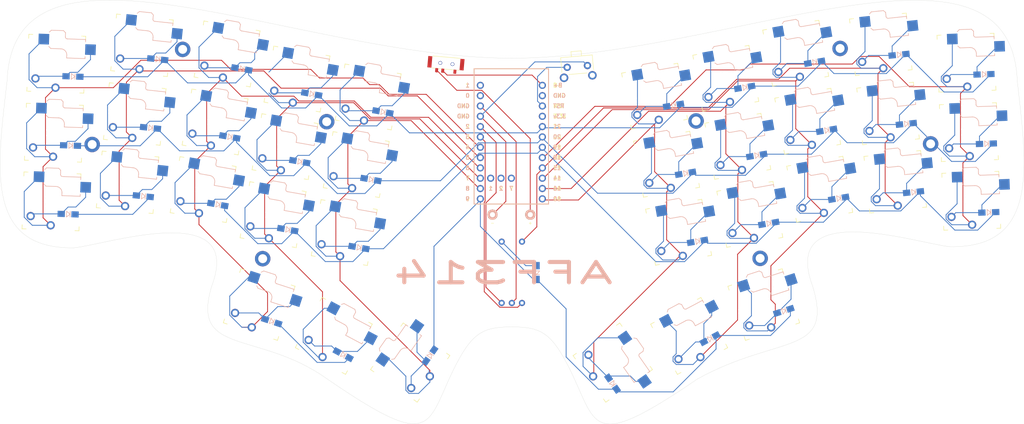
<source format=kicad_pcb>
(kicad_pcb (version 20241229) (generator "pcbnew") (generator_version "9.0")
  (layers (0 "F.Cu" signal) (2 "B.Cu" signal) (13 "F.Paste" user) (15 "B.Paste" user) (5 "F.SilkS" user "F.Silkscreen") (7 "B.SilkS" user "B.Silkscreen") (1 "F.Mask" user) (3 "B.Mask" user) (25 "Edge.Cuts" user))
  (net 0 "")
  (net 1 "VBAT")
  (net 2 "Net-(DL1-A)")
  (net 3 "Net-(DL2-A)")
  (net 4 "Net-(DL3-A)")
  (net 5 "Net-(DL4-A)")
  (net 6 "Net-(DL5-A)")
  (net 7 "Net-(DL6-A)")
  (net 8 "Net-(DL7-A)")
  (net 9 "Net-(DL8-A)")
  (net 10 "Net-(DL9-A)")
  (net 11 "Net-(DL10-A)")
  (net 12 "Net-(DL11-A)")
  (net 13 "Net-(DL12-A)")
  (net 14 "Net-(DL13-A)")
  (net 15 "Net-(DL14-A)")
  (net 16 "Net-(DL15-A)")
  (net 17 "Net-(DL17-A)")
  (net 18 "Net-(DL18-A)")
  (net 19 "Net-(DL19-A)")
  (net 20 "Net-(DL20-A)")
  (net 21 "GND")
  (net 22 "ROW_0")
  (net 23 "ROW_1")
  (net 24 "ROW_2")
  (net 25 "ROW_3")
  (net 26 "Net-(DL16-A)")
  (net 27 "Net-(DL21-A)")
  (net 28 "Net-(DL22-A)")
  (net 29 "Net-(DL23-A)")
  (net 30 "Net-(DL24-A)")
  (net 31 "Net-(DL25-A)")
  (net 32 "Net-(DL26-A)")
  (net 33 "Net-(DL27-A)")
  (net 34 "Net-(DL28-A)")
  (net 35 "Net-(DL29-A)")
  (net 36 "Net-(DL30-A)")
  (net 37 "Net-(DL31-A)")
  (net 38 "Net-(DL32-A)")
  (net 39 "Net-(DL33-A)")
  (net 40 "Net-(DL34-A)")
  (net 41 "Net-(DL35-A)")
  (net 42 "Net-(DL36-A)")
  (net 44 "BAT+")
  (net 45 "RESET")
  (net 46 "COL_0")
  (net 47 "COL_1")
  (net 48 "COL_2")
  (net 49 "COL_3")
  (net 50 "COL_4")
  (net 51 "COL_5")
  (net 52 "COL_6")
  (net 53 "COL_7")
  (net 54 "COL_8")
  (net 55 "COL_9")
  (net 56 "SW37_2")
  (net 57 "B")
  (net 64 "A")
  (footprint "AFFElib:Kailh_socket_PG1350_optional" (layer "F.Cu") (at 222.539406 72.415399 10)
    (property "Reference" "SWL26")
    (property "Value" "choc_v1_SW_solder")
  )
  (footprint "AFFElib:BatteryPad" (layer "F.Cu") (at 154.331689 95.419787)
    (property "Reference" "BAT+1" (hide yes))
    (property "Value" "+")
  )
  (footprint "AFFElib:Kailh_socket_PG1350_optional" (layer "F.Cu") (at 193.391441 125.264712 28)
    (property "Reference" "SWL35")
    (property "Value" "choc_v1_SW_solder")
  )
  (footprint "AFFElib:Kailh_socket_PG1350_optional" (layer "F.Cu") (at 225.491425 89.157131 10)
    (property "Reference" "SWL31")
    (property "Value" "choc_v1_SW_solder")
  )
  (footprint "MountingHole:MountingHole_2.2mm_M2_DIN965_Pad_TopBottom" (layer "F.Cu") (at 46.629404 78.141236)
    (property "Reference" "H2" (hide yes))
    (property "Value" "MountingHole_Pad" (hide yes))
  )
  (footprint "AFFElib:Kailh_socket_PG1350_optional" (layer "F.Cu") (at 111.548816 83.084061 -10)
    (property "Reference" "SWL10")
    (property "Value" "choc_v1_SW_solder")
  )
  (footprint "MountingHole:MountingHole_2.2mm_M2_DIN965_Pad_TopBottom" (layer "F.Cu") (at 252.752961 77.995735)
    (property "Reference" "H6" (hide yes))
    (property "Value" "MountingHole_Pad" (hide yes))
  )
  (footprint "AFFElib:Kailh_socket_PG1350_optional" (layer "F.Cu") (at 211.733985 117.542855 18)
    (property "Reference" "SWL36")
    (property "Value" "choc_v1_SW_solder")
  )
  (footprint "AFFElib:Kailh_socket_PG1350_optional" (layer "F.Cu") (at 261.566377 58.016448 2)
    (property "Reference" "SWL23")
    (property "Value" "choc_v1_SW_solder")
  )
  (footprint "AFFElib:Kailh_socket_PG1350_optional" (layer "F.Cu") (at 58.876751 53.735836 -6)
    (property "Reference" "SWL2")
    (property "Value" "choc_v1_SW_solder")
  )
  (footprint "MountingHole:MountingHole_2.2mm_M2_DIN965_Pad_TopBottom" (layer "F.Cu") (at 230.501659 54.50377)
    (property "Reference" "H5" (hide yes))
    (property "Value" "MountingHole_Pad" (hide yes))
  )
  (footprint "AFFElib:Kailh_socket_PG1350_optional" (layer "F.Cu") (at 37.812498 58.261888 -2)
    (property "Reference" "SWL1")
    (property "Value" "choc_v1_SW_solder")
  )
  (footprint "AFFElib:SKHLLCA010" (layer "F.Cu") (at 166.009431 60.177354 5)
    (property "Reference" "RSW1" (hide yes))
    (property "Value" "SW_Push")
  )
  (footprint "AFFElib:Kailh_socket_PG1350_optional" (layer "F.Cu") (at 79.794443 55.856321 -10)
    (property "Reference" "SWL3")
    (property "Value" "choc_v1_SW_solder")
  )
  (footprint "AFFElib:Kailh_socket_PG1350_optional" (layer "F.Cu") (at 242.289096 70.510095 6)
    (property "Reference" "SWL27")
    (property "Value" "choc_v1_SW_solder")
  )
  (footprint "MountingHole:MountingHole_2.2mm_M2_DIN965_Pad_TopBottom" (layer "F.Cu") (at 210.849195 106.165826)
    (property "Reference" "H8" (hide yes))
    (property "Value" "MountingHole_Pad" (hide yes))
  )
  (footprint "AFFElib:Kailh_socket_PG1350_optional" (layer "F.Cu") (at 219.587387 55.673667 10)
    (property "Reference" "SWL21")
    (property "Value" "choc_v1_SW_solder")
  )
  (footprint "AFFElib:Kailh_socket_PG1350_optional" (layer "F.Cu") (at 262.16316 75.10603 2)
    (property "Reference" "SWL28")
    (property "Value" "choc_v1_SW_solder")
  )
  (footprint "AFFElib:Kailh_socket_PG1350_optional" (layer "F.Cu") (at 57.099767 70.642708 -6)
    (property "Reference" "SWL7")
    (property "Value" "choc_v1_SW_solder")
  )
  (footprint "AFFElib:Kailh_socket_PG1350_optional" (layer "F.Cu") (at 205.351176 78.59397 10)
    (property "Reference" "SWL25")
    (property "Value" "choc_v1_SW_solder")
  )
  (footprint "AFFElib:Kailh_socket_PG1350_optional" (layer "F.Cu") (at 202.399157 61.852239 10)
    (property "Reference" "SWL20")
    (property "Value" "choc_v1_SW_solder")
  )
  (footprint "AFFElib:BatteryPad" (layer "F.Cu") (at 145.041689 95.419787)
    (property "Reference" "BATGND1" (hide yes))
    (property "Value" "-")
  )
  (footprint "AFFElib:Kailh_socket_PG1350_optional" (layer "F.Cu") (at 187.850379 82.999888 10)
    (property "Reference" "SWL24")
    (property "Value" "choc_v1_SW_solder")
  )
  (footprint "AFFElib:MSK12C02" (layer "F.Cu") (at 137.573456 57.181428 -95)
    (property "Reference" "PSW1" (hide yes))
    (property "Value" "SW_SPDT")
  )
  (footprint "AFFElib:Kailh_socket_PG1350_optional" (layer "F.Cu") (at 184.89836 66.258156 10)
    (property "Reference" "SWL19")
    (property "Value" "choc_v1_SW_solder")
  )
  (footprint "AFFElib:Kailh_socket_PG1350_optional" (layer "F.Cu") (at 124.813274 131.814675 55)
    (property "Reference" "SWL18")
    (property "Value" "choc_v1_SW_solder")
  )
  (footprint "MountingHole:MountingHole_2.2mm_M2_DIN965_Pad_TopBottom" (layer "F.Cu") (at 68.876751 54.735836)
    (property "Reference" "H1" (hide yes))
    (property "Value" "MountingHole_Pad" (hide yes))
  )
  (footprint "AFFElib:Kailh_socket_PG1350_optional" (layer "F.Cu") (at 91.096 95.419876 -10)
    (property "Reference" "SWL14")
    (property "Value" "choc_v1_SW_solder")
  )
  (footprint "AFFElib:Kailh_socket_PG1350_optional" (layer "F.Cu") (at 114.48347 66.44081 -10)
    (property "Reference" "SWL5")
    (property "Value" "choc_v1_SW_solder")
  )
  (footprint "AFFElib:Kailh_socket_PG1350_optional" (layer "F.Cu") (at 240.501659 53.50377 6)
    (property "Reference" "SWL22")
    (property "Value" "choc_v1_SW_solder")
  )
  (footprint "AFFElib:Kailh_socket_PG1350_optional" (layer "F.Cu") (at 208.303195 95.335702 10)
    (property "Reference" "SWL30")
    (property "Value" "choc_v1_SW_solder")
  )
  (footprint "AFFElib:Kailh_socket_PG1350_optional" (layer "F.Cu") (at 190.802398 99.74162 10)
    (property "Reference" "SWL29")
    (property "Value" "choc_v1_SW_solder")
  )
  (footprint "AFFElib:Kailh_socket_PG1350_optional" (layer "F.Cu") (at 73.90777 89.241304 -10)
    (property "Reference" "SWL13")
    (property "Value" "choc_v1_SW_solder")
  )
  (footprint "AFFElib:Kailh_socket_PG1350_optional" (layer "F.Cu") (at 55.333235 87.450129 -6)
    (property "Reference" "SWL12")
    (property "Value" "choc_v1_SW_solder")
  )
  (footprint "MountingHole:MountingHole_2.2mm_M2_DIN965_Pad_TopBottom" (layer "F.Cu") (at 88.55 106.25)
    (property "Reference" "H4" (hide yes))
    (property "Value" "MountingHole_Pad" (hide yes))
  )
  (footprint "AFFElib:CKW12" (layer "F.Cu") (at 149.775 109.675)
    (property "Reference" "SW1" (hide yes))
    (property "Value" "RotaryEncoder_Switch" (hide yes))
  )
  (footprint "AFFElib:Kailh_socket_PG1350_optional" (layer "F.Cu") (at 94.048019 78.678144 -10)
    (property "Reference" "SWL9")
    (property "Value" "choc_v1_SW_solder")
  )
  (footprint "AFFElib:Kailh_socket_PG1350_optional" (layer "F.Cu") (at 76.842424 72.598053 -10)
    (property "Reference" "SWL8")
    (property "Value" "choc_v1_SW_solder")
  )
  (footprint "AFFElib:Kailh_socket_PG1350_optional" (layer "F.Cu") (at 36.629404 92.141236 -2)
    (property "Reference" "SWL11")
    (property "Value" "choc_v1_SW_solder")
  )
  (footprint "AFFElib:Kailh_socket_PG1350_optional" (layer "F.Cu") (at 96.982673 62.034893 -10)
    (property "Reference" "SWL4")
    (property "Value" "choc_v1_SW_solder")
  )
  (footprint "AFFElib:Kailh_socket_PG1350_optional" (layer "F.Cu") (at 174.610106 131.827422 -55)
    (property "Reference" "SWL34")
    (property "Value" "choc_v1_SW_solder")
  )
  (footprint "MountingHole:MountingHole_2.2mm_M2_DIN965_Pad_TopBottom" (layer "F.Cu") (at 104.282673 72.534893)
    (property "Reference" "H3" (hide yes))
    (property "Value" "MountingHole_Pad" (hide yes))
  )
  (footprint "AFFElib:Kailh_socket_PG1350_optional" (layer "F.Cu") (at 37.219206 75.251531 -2)
    (property "Reference" "SWL6")
    (property "Value" "choc_v1_SW_solder")
  )
  (footprint "AFFElib:Kailh_socket_PG1350_optional" (layer "F.Cu") (at 87.689101 117.531208 -18)
    (property "Reference" "SWL16")
    (property "Value" "choc_v1_SW_solder")
  )
  (footprint "MountingHole:MountingHole_2.2mm_M2_DIN965_Pad_TopBottom" (layer "F.Cu") (at 195.099157 72.352239)
    (property "Reference" "H7" (hide yes))
    (property "Value" "MountingHole_Pad" (hide yes))
  )
  (footprint "AFFElib:Kailh_socket_PG1350_optional" (layer "F.Cu") (at 262.752961 91.995735 2)
    (property "Reference" "SWL33")
    (property "Value" "choc_v1_SW_solder")
  )
  (footprint "AFFElib:Kailh_socket_PG1350_optional" (layer "F.Cu") (at 108.596797 99.825793 -10)
    (property "Reference" "SWL15")
    (property "Value" "choc_v1_SW_solder")
  )
  (footprint "AFFElib:Kailh_socket_PG1350_optional" (layer "F.Cu") (at 106.03194 125.251966 -28)
    (property "Reference" "SWL17")
    (property "Value" "choc_v1_SW_solder")
  )
  (footprint "AFFElib:Kailh_socket_PG1350_optional" (layer "F.Cu") (at 244.055627 87.317515 6)
    (property "Reference" "SWL32")
    (property "Value" "choc_v1_SW_solder")
  )
  (footprint "AFFElib:Diode_SOD123" (layer "B.Cu") (at 83.409691 59.540067 170)
    (property "Reference" "DL3" (hide yes))
    (property "Value" "D" (hide yes))
  )
  (footprint "AFFElib:Diode_SOD123" (layer "B.Cu") (at 174.561672 136.988589 125)
    (property "Reference" "DL34" (hide yes))
    (property "Value" "D" (hide yes))
  )
  (footprint "AFFElib:Diode_SOD123" (layer "B.Cu") (at 244.992237 56.048317 -174)
    (property "Reference" "DL22" (hide yes))
    (property "Value" "D" (hide yes))
  )
  (footprint "AFFElib:Diode_SOD123" (layer "B.Cu") (at 224.244524 57.898768 -170)
    (property "Reference" "DL21" (hide yes))
    (property "Value" "D" (hide yes))
  )
  (footprint "AFFElib:Diode_SOD123" (layer "B.Cu") (at 265.868518 60.868041 -178)
    (property "Reference" "DL23" (hide yes))
    (property "Value" "D" (hide yes))
  )
  (footprint "AFFElib:Diode_SOD123" (layer "B.Cu") (at 97.663267 82.361889 170)
    (property "Reference" "DL9" (hide yes))
    (property "Value" "D" (hide yes))
  )
  (footprint "AFFElib:Diode_SOD123" (layer "B.Cu") (at 195.459535 101.96672 -170)
    (property "Reference" "DL29" (hide yes))
    (property "Value" "D" (hide yes))
  )
  (footprint "AFFElib:Diode_SOD123" (layer "B.Cu") (at 41.311948 78.396282 178)
    (property "Reference" "DL6" (hide yes))
    (property "Value" "D" (hide yes))
  )
  (footprint "AFFElib:Diode_SOD123" (layer "B.Cu") (at 94.711248 99.103621 170)
    (property "Reference" "DL14" (hide yes))
    (property "Value" "D" (hide yes))
  )
  (footprint "AFFElib:Diode_SOD123" (layer "B.Cu") (at 155.91 109.66 90)
    (property "Reference" "DL37" (hide yes))
    (property "Value" "D" (hide yes))
  )
  (footprint "AFFElib:Diode_SOD123" (layer "B.Cu") (at 198.508236 125.941775 -152)
    (property "Reference" "DL35" (hide yes))
    (property "Value" "D" (hide yes))
  )
  (footprint "AFFElib:Diode_SOD123" (layer "B.Cu") (at 90.756488 121.682249 162)
    (property "Reference" "DL16" (hide yes))
    (property "Value" "D" (hide yes))
  )
  (footprint "AFFElib:Diode_SOD123" (layer "B.Cu") (at 100.597921 65.718638 170)
    (property "Reference" "DL4" (hide yes))
    (property "Value" "D" (hide yes))
  )
  (footprint "AFFElib:Diode_SOD123" (layer "B.Cu") (at 230.148562 91.382232 -170)
    (property "Reference" "DL31" (hide yes))
    (property "Value" "D" (hide yes))
  )
  (footprint "AFFElib:Diode_SOD123" (layer "B.Cu") (at 248.546205 89.862061 -174)
    (property "Reference" "DL32" (hide yes))
    (property "Value" "D" (hide yes))
  )
  (footprint "AFFElib:Diode_SOD123" (layer "B.Cu") (at 115.164064 86.767807 170)
    (property "Reference" "DL10" (hide yes))
    (property "Value" "D" (hide yes))
  )
  (footprint "AFFElib:Diode_SOD123" (layer "B.Cu") (at 216.655473 119.098153 -162)
    (property "Reference" "DL36" (hide yes))
    (property "Value" "D" (hide yes))
  )
  (footprint "AFFElib:Diode_SOD123" (layer "B.Cu") (at 80.457672 76.281799 170)
    (property "Reference" "DL8" (hide yes))
    (property "Value" "D" (hide yes))
  )
  (footprint "AFFElib:Diode_SOD123" (layer "B.Cu") (at 192.507516 85.224989 -170)
    (property "Reference" "DL24" (hide yes))
    (property "Value" "D" (hide yes))
  )
  (footprint "AFFElib:Diode_SOD123" (layer "B.Cu") (at 118.098718 70.124556 170)
    (property "Reference" "DL5" (hide yes))
    (property "Value" "D" (hide yes))
  )
  (footprint "AFFElib:Diode_SOD123" (layer "B.Cu") (at 266.465299 77.957624 -178)
    (property "Reference" "DL28" (hide yes))
    (property "Value" "D" (hide yes))
  )
  (footprint "AFFElib:Diode_SOD123" (layer "B.Cu") (at 207.056294 64.07734 -170)
    (property "Reference" "DL20" (hide yes))
    (property "Value" "D" (hide yes))
  )
  (footprint "AFFElib:Diode_SOD123" (layer "B.Cu") (at 129.679751 130.094967 -125)
    (property "Reference" "DL18" (hide yes))
    (property "Value" "D" (hide yes))
  )
  (footprint "AFFElib:Diode_SOD123" (layer "B.Cu") (at 112.212045 103.509538 170)
    (property "Reference" "DL15" (hide yes))
    (property "Value" "D" (hide yes))
  )
  (footprint "AFFElib:Diode_SOD123" (layer "B.Cu") (at 212.960332 97.560803 -170)
    (property "Reference" "DL30" (hide yes))
    (property "Value" "D" (hide yes))
  )
  (footprint "AFFElib:Diode_SOD123" (layer "B.Cu") (at 41.90524 61.406638 178)
    (property "Reference" "DL1" (hide yes))
    (property "Value" "D" (hide yes))
  )
  (footprint "AFFElib:Diode_SOD123" (layer "B.Cu") (at 62.740157 57.158421 174)
    (property "Reference" "DL2" (hide yes))
    (property "Value" "D" (hide yes))
  )
  (footprint "AFFElib:Nice_Nano_V2_Flipped" (layer "B.Cu") (at 149.682065 77.554463 180)
    (property "Reference" "U1" (hide yes))
    (property "Value" "Nice_Nano_V2" (hide yes))
  )
  (footprint "AFFElib:Diode_SOD123" (layer "B.Cu") (at 59.196642 90.872714 174)
    (property "Reference" "DL12" (hide yes))
    (property "Value" "D" (hide yes))
  )
  (footprint "AFFElib:Diode_SOD123" (layer "B.Cu") (at 60.963173 74.065294 174)
    (property "Reference" "DL7" (hide yes))
    (property "Value" "D" (hide yes))
  )
  (footprint "AFFElib:Diode_SOD123" (layer "B.Cu") (at 267.055101 94.84733 -178)
    (property "Reference" "DL33" (hide yes))
    (property "Value" "D" (hide yes))
  )
  (footprint "AFFElib:Diode_SOD123" (layer "B.Cu") (at 227.196543 74.6405 -170)
    (property "Reference" "DL26" (hide yes))
    (property "Value" "D" (hide yes))
  )
  (footprint "AFFElib:Diode_SOD123" (layer "B.Cu") (at 77.523018 92.92505 170)
    (property "Reference" "DL13" (hide yes))
    (property "Value" "D" (hide yes))
  )
  (footprint "AFFElib:Diode_SOD123" (layer "B.Cu") (at 108.331904 129.872588 152)
    (property "Reference" "DL17" (hide yes))
    (property "Value" "D" (hide yes))
  )
  (footprint "AFFElib:Diode_SOD123" (layer "B.Cu") (at 246.779673 73.054641 -174)
    (property "Reference" "DL27" (hide yes))
    (property "Value" "D" (hide yes))
  )
  (footprint "AFFElib:Diode_SOD123" (layer "B.Cu") (at 40.722148 95.285987 178)
    (property "Reference" "DL11" (hide yes))
    (property "Value" "D" (hide yes))
  )
  (footprint "AFFElib:Diode_SOD123" (layer "B.Cu") (at 189.555497 68.483257 -170)
    (property "Reference" "DL19" (hide yes))
    (property "Value" "D" (hide yes))
  )
  (footprint "AFFElib:Diode_SOD123" (layer "B.Cu") (at 210.008313 80.819071 -170)
    (property "Reference" "DL25" (hide yes))
    (property "Value" "D" (hide yes))
  )
  (gr_curve (pts (xy 136.26 131.99) (xy 140.41 124.03) (xy 143.27 123.05) (xy 150.04 123.03)) (stroke (width 0.05)) (layer "Edge.Cuts"))
  (gr_curve (pts (xy 104.37 135.83) (xy 131.7 154.6) (xy 128.52 146.82) (xy 136.26 131.99)) (stroke (width 0.05)) (layer "Edge.Cuts"))
  (gr_curve (pts (xy 163.34 132.06) (xy 159.19 124.1) (xy 156.33 123.12) (xy 150.04 123.03)) (stroke (width 0.05)) (layer "Edge.Cuts"))
  (gr_curve (pts (xy 195.41 135.87) (xy 167.9 154.67) (xy 171.08 146.89) (xy 163.34 132.06)) (stroke (width 0.05)) (layer "Edge.Cuts"))
  (gr_curve (pts (xy 25.72 62.45) (xy 23.31 83.53) (xy 20.04 103.93) (xy 42.17 103.57)) (stroke (width 0.05)) (layer "Edge.Cuts"))
  (gr_curve (pts (xy 274.06 62.49) (xy 276.36 83.26) (xy 279.63 103.66) (xy 257.5 103.3)) (stroke (width 0.05)) (layer "Edge.Cuts"))
  (gr_curve (pts (xy 149.74 56.91) (xy 97.67 56.92) (xy 27.37 21.29) (xy 25.72 62.45)) (stroke (width 0.05)) (layer "Edge.Cuts"))
  (gr_curve (pts (xy 257.5 103.3) (xy 249.77 102.59) (xy 215.53 91.09) (xy 223.77 113.08)) (stroke (width 0.05)) (layer "Edge.Cuts"))
  (gr_curve (pts (xy 42.17 103.57) (xy 49.9 102.86) (xy 84.14 91.36) (xy 76.01 113.04)) (stroke (width 0.05)) (layer "Edge.Cuts"))
  (gr_curve (pts (xy 223.77 113.08) (xy 228.97 130.34) (xy 215.33 124.81) (xy 195.41 135.87)) (stroke (width 0.05)) (layer "Edge.Cuts"))
  (gr_curve (pts (xy 149.74 56.91) (xy 202.11 56.96) (xy 272.41 21.33) (xy 274.06 62.49)) (stroke (width 0.05)) (layer "Edge.Cuts"))
  (gr_curve (pts (xy 76.01 113.04) (xy 70.81 130.3) (xy 87.44 123.74) (xy 104.37 135.83)) (stroke (width 0.05)) (layer "Edge.Cuts"))
  (gr_text "AFF314" (at 175.45 112.73 0) (layer "B.SilkS") (effects (font (size 5 10) (thickness 1) (bold yes)) (justify left bottom mirror)))
  (segment (start 154.331689 95.419787) (end 153.501689 94.589787) (width 0.2) (layer "F.Cu") (net 1))
  (segment (start 136.271072 64.8) (end 131.317389 59.846317) (width 0.2) (layer "F.Cu") (net 1))
  (segment (start 142.402556 64.8) (end 136.271072 64.8) (width 0.2) (layer "F.Cu") (net 1))
  (segment (start 154.331689 95.419787) (end 154.331689 76.729133) (width 0.2) (layer "F.Cu") (net 1))
  (segment (start 154.331689 76.729133) (end 142.402556 64.8) (width 0.2) (layer "F.Cu") (net 1))
  (segment (start 131.317389 60.348227) (end 131.317389 59.846317) (width 0.2) (layer "F.Cu") (net 1))
  (segment (start 33.220693 61.347309) (end 32.682926 61.885076) (width 0.2) (layer "B.Cu") (net 2))
  (segment (start 41.16957 60.384014) (end 40.206275 61.347309) (width 0.2) (layer "B.Cu") (net 2))
  (segment (start 40.206275 61.347309) (end 33.220693 61.347309) (width 0.2) (layer "B.Cu") (net 2))
  (segment (start 46.21333 57.249396) (end 43.078712 60.384014) (width 0.2) (layer "B.Cu") (net 2))
  (segment (start 43.078712 60.384014) (end 41.16957 60.384014) (width 0.2) (layer "B.Cu") (net 2))
  (segment (start 46.21333 54.802966) (end 46.21333 57.249396) (width 0.2) (layer "B.Cu") (net 2))
  (segment (start 61.04947 56.980723) (end 53.518587 56.980723) (width 0.2) (layer "B.Cu") (net 3))
  (segment (start 53.518587 56.980723) (end 53.506933 56.992377) (width 0.2) (layer "B.Cu") (net 3))
  (segment (start 67.498401 52.858706) (end 67.498401 50.871352) (width 0.2) (layer "B.Cu") (net 3))
  (segment (start 64.71732 55.639787) (end 67.498401 52.858706) (width 0.2) (layer "B.Cu") (net 3))
  (segment (start 62.390406 55.639787) (end 64.71732 55.639787) (width 0.2) (layer "B.Cu") (net 3))
  (segment (start 61.04947 56.980723) (end 62.390406 55.639787) (width 0.2) (layer "B.Cu") (net 3))
  (segment (start 81.735518 59.244865) (end 74.725056 59.244865) (width 0.2) (layer "B.Cu") (net 4))
  (segment (start 82.967097 58.013286) (end 81.735518 59.244865) (width 0.2) (layer "B.Cu") (net 4))
  (segment (start 86.585653 55.609486) (end 86.585653 57.136362) (width 0.2) (layer "B.Cu") (net 4))
  (segment (start 85.708729 58.013286) (end 82.967097 58.013286) (width 0.2) (layer "B.Cu") (net 4))
  (segment (start 88.594908 53.600231) (end 86.585653 55.609486) (width 0.2) (layer "B.Cu") (net 4))
  (segment (start 74.725056 59.244865) (end 74.210541 58.73035) (width 0.2) (layer "B.Cu") (net 4))
  (segment (start 86.585653 57.136362) (end 85.708729 58.013286) (width 0.2) (layer "B.Cu") (net 4))
  (segment (start 105.783138 59.778803) (end 105.783138 61.305679) (width 0.2) (layer "B.Cu") (net 5))
  (segment (start 98.923748 65.423436) (end 91.913285 65.423436) (width 0.2) (layer "B.Cu") (net 5))
  (segment (start 102.896959 64.191858) (end 100.155326 64.191858) (width 0.2) (layer "B.Cu") (net 5))
  (segment (start 91.913285 65.423436) (end 91.398771 64.908922) (width 0.2) (layer "B.Cu") (net 5))
  (segment (start 100.155326 64.191858) (end 98.923748 65.423436) (width 0.2) (layer "B.Cu") (net 5))
  (segment (start 105.783138 61.305679) (end 102.896959 64.191858) (width 0.2) (layer "B.Cu") (net 5))
  (segment (start 117.656124 68.597775) (end 116.424545 69.829354) (width 0.2) (layer "B.Cu") (net 6))
  (segment (start 109.414083 69.829354) (end 108.899568 69.314839) (width 0.2) (layer "B.Cu") (net 6))
  (segment (start 123.283935 64.18472) (end 123.283935 65.711596) (width 0.2) (layer "B.Cu") (net 6))
  (segment (start 123.283935 65.711596) (end 120.397756 68.597775) (width 0.2) (layer "B.Cu") (net 6))
  (segment (start 120.397756 68.597775) (end 117.656124 68.597775) (width 0.2) (layer "B.Cu") (net 6))
  (segment (start 116.424545 69.829354) (end 109.414083 69.829354) (width 0.2) (layer "B.Cu") (net 6))
  (segment (start 45.620038 71.792609) (end 45.620038 74.239039) (width 0.2) (layer "B.Cu") (net 7))
  (segment (start 45.620038 74.239039) (end 42.485419 77.373658) (width 0.2) (layer "B.Cu") (net 7))
  (segment (start 42.485419 77.373658) (end 40.576278 77.373658) (width 0.2) (layer "B.Cu") (net 7))
  (segment (start 32.6274 78.336953) (end 32.089634 78.874719) (width 0.2) (layer "B.Cu") (net 7))
  (segment (start 39.612983 78.336953) (end 32.6274 78.336953) (width 0.2) (layer "B.Cu") (net 7))
  (segment (start 40.576278 77.373658) (end 39.612983 78.336953) (width 0.2) (layer "B.Cu") (net 7))
  (segment (start 63.691961 72.419515) (end 60.740567 72.419515) (width 0.2) (layer "B.Cu") (net 8))
  (segment (start 65.721417 67.778224) (end 65.721417 70.390059) (width 0.2) (layer "B.Cu") (net 8))
  (segment (start 65.721417 70.390059) (end 63.691961 72.419515) (width 0.2) (layer "B.Cu") (net 8))
  (segment (start 60.740567 72.419515) (end 59.272486 73.887596) (width 0.2) (layer "B.Cu") (net 8))
  (segment (start 59.272486 73.887596) (end 51.741602 73.887596) (width 0.2) (layer "B.Cu") (net 8))
  (segment (start 51.741602 73.887596) (end 51.729949 73.899249) (width 0.2) (layer "B.Cu") (net 8))
  (segment (start 78.783499 75.986597) (end 71.773037 75.986597) (width 0.2) (layer "B.Cu") (net 9))
  (segment (start 85.642889 70.341963) (end 85.642889 71.868839) (width 0.2) (layer "B.Cu") (net 9))
  (segment (start 82.75671 74.755018) (end 80.015078 74.755018) (width 0.2) (layer "B.Cu") (net 9))
  (segment (start 80.015078 74.755018) (end 78.783499 75.986597) (width 0.2) (layer "B.Cu") (net 9))
  (segment (start 71.773037 75.986597) (end 71.258522 75.472082) (width 0.2) (layer "B.Cu") (net 9))
  (segment (start 85.642889 71.868839) (end 82.75671 74.755018) (width 0.2) (layer "B.Cu") (net 9))
  (segment (start 88.978631 82.066687) (end 88.464117 81.552173) (width 0.2) (layer "B.Cu") (net 10))
  (segment (start 102.848484 76.422054) (end 102.848484 77.94893) (width 0.2) (layer "B.Cu") (net 10))
  (segment (start 97.220672 80.835109) (end 95.989094 82.066687) (width 0.2) (layer "B.Cu") (net 10))
  (segment (start 102.848484 77.94893) (end 99.962305 80.835109) (width 0.2) (layer "B.Cu") (net 10))
  (segment (start 95.989094 82.066687) (end 88.978631 82.066687) (width 0.2) (layer "B.Cu") (net 10))
  (segment (start 99.962305 80.835109) (end 97.220672 80.835109) (width 0.2) (layer "B.Cu") (net 10))
  (segment (start 106.479429 86.472605) (end 105.964914 85.95809) (width 0.2) (layer "B.Cu") (net 11))
  (segment (start 120.349281 80.827971) (end 120.349281 82.354847) (width 0.2) (layer "B.Cu") (net 11))
  (segment (start 113.489891 86.472605) (end 106.479429 86.472605) (width 0.2) (layer "B.Cu") (net 11))
  (segment (start 114.72147 85.241026) (end 113.489891 86.472605) (width 0.2) (layer "B.Cu") (net 11))
  (segment (start 117.463102 85.241026) (end 114.72147 85.241026) (width 0.2) (layer "B.Cu") (net 11))
  (segment (start 120.349281 82.354847) (end 117.463102 85.241026) (width 0.2) (layer "B.Cu") (net 11))
  (segment (start 40.714758 93.535083) (end 42.623897 93.535083) (width 0.2) (layer "B.Cu") (net 12))
  (segment (start 39.023183 95.226658) (end 40.714758 93.535083) (width 0.2) (layer "B.Cu") (net 12))
  (segment (start 39.023183 95.226658) (end 32.037598 95.226658) (width 0.2) (layer "B.Cu") (net 12))
  (segment (start 45.030236 91.128744) (end 45.030236 88.682314) (width 0.2) (layer "B.Cu") (net 12))
  (segment (start 42.623897 93.535083) (end 45.030236 91.128744) (width 0.2) (layer "B.Cu") (net 12))
  (segment (start 32.037598 95.226658) (end 31.499832 95.764424) (width 0.2) (layer "B.Cu") (net 12))
  (segment (start 58.974035 89.226936) (end 57.505955 90.695016) (width 0.2) (layer "B.Cu") (net 13))
  (segment (start 63.954885 86.572999) (end 61.300948 89.226936) (width 0.2) (layer "B.Cu") (net 13))
  (segment (start 63.954885 84.585645) (end 63.954885 86.572999) (width 0.2) (layer "B.Cu") (net 13))
  (segment (start 49.975071 90.695016) (end 49.963417 90.70667) (width 0.2) (layer "B.Cu") (net 13))
  (segment (start 61.300948 89.226936) (end 58.974035 89.226936) (width 0.2) (layer "B.Cu") (net 13))
  (segment (start 57.505955 90.695016) (end 49.975071 90.695016) (width 0.2) (layer "B.Cu") (net 13))
  (segment (start 79.600538 91.619787) (end 76.858906 91.619787) (width 0.2) (layer "B.Cu") (net 14))
  (segment (start 68.838383 92.629848) (end 68.323868 92.115333) (width 0.2) (layer "B.Cu") (net 14))
  (segment (start 75.848845 92.629848) (end 68.838383 92.629848) (width 0.2) (layer "B.Cu") (net 14))
  (segment (start 82.708235 88.51209) (end 79.600538 91.619787) (width 0.2) (layer "B.Cu") (net 14))
  (segment (start 82.708235 86.985214) (end 82.708235 88.51209) (width 0.2) (layer "B.Cu") (net 14))
  (segment (start 76.858906 91.619787) (end 75.848845 92.629848) (width 0.2) (layer "B.Cu") (net 14))
  (segment (start 93.037075 98.808419) (end 86.026612 98.808419) (width 0.2) (layer "B.Cu") (net 15))
  (segment (start 86.026612 98.808419) (end 85.512098 98.293905) (width 0.2) (layer "B.Cu") (net 15))
  (segment (start 99.896465 93.163786) (end 99.896465 94.690662) (width 0.2) (layer "B.Cu") (net 15))
  (segment (start 97.010286 97.576841) (end 94.268653 97.576841) (width 0.2) (layer "B.Cu") (net 15))
  (segment (start 94.268653 97.576841) (end 93.037075 98.808419) (width 0.2) (layer "B.Cu") (net 15))
  (segment (start 99.896465 94.690662) (end 97.010286 97.576841) (width 0.2) (layer "B.Cu") (net 15))
  (segment (start 117.397262 97.569703) (end 117.397262 99.096579) (width 0.2) (layer "B.Cu") (net 16))
  (segment (start 117.397262 99.096579) (end 114.511083 101.982758) (width 0.2) (layer "B.Cu") (net 16))
  (segment (start 111.76945 101.982758) (end 110.537872 103.214336) (width 0.2) (layer "B.Cu") (net 16))
  (segment (start 103.527409 103.214336) (end 103.012895 102.699822) (width 0.2) (layer "B.Cu") (net 16))
  (segment (start 114.511083 101.982758) (end 111.76945 101.982758) (width 0.2) (layer "B.Cu") (net 16))
  (segment (start 110.537872 103.214336) (end 103.527409 103.214336) (width 0.2) (layer "B.Cu") (net 16))
  (segment (start 106.830893 129.074486) (end 105.496194 127.739787) (width 0.2) (layer "B.Cu") (net 17))
  (segment (start 115.09885 125.82579) (end 111.850154 129.074486) (width 0.2) (layer "B.Cu") (net 17))
  (segment (start 101.313188 127.739787) (end 99.83321 126.259809) (width 0.2) (layer "B.Cu") (net 17))
  (segment (start 111.850154 129.074486) (end 106.830893 129.074486) (width 0.2) (layer "B.Cu") (net 17))
  (segment (start 105.496194 127.739787) (end 101.313188 127.739787) (width 0.2) (layer "B.Cu") (net 17))
  (segment (start 126.487799 122.88528) (end 126.487799 129.270653) (width 0.2) (layer "B.Cu") (net 18))
  (segment (start 126.487799 129.270653) (end 128.704671 131.487525) (width 0.2) (layer "B.Cu") (net 18))
  (segment (start 128.704671 131.487525) (end 125.05817 135.134026) (width 0.2) (layer "B.Cu") (net 18))
  (segment (start 125.05817 135.134026) (end 125.05817 138.090026) (width 0.2) (layer "B.Cu") (net 18))
  (segment (start 187.881324 68.778459) (end 182.724391 68.778459) (width 0.2) (layer "B.Cu") (net 19))
  (segment (start 182.724391 68.778459) (end 180.634184 70.868666) (width 0.2) (layer "B.Cu") (net 19))
  (segment (start 192.396463 61.128188) (end 187.881324 65.643327) (width 0.2) (layer "B.Cu") (net 19))
  (segment (start 187.881324 65.643327) (end 187.881324 68.778459) (width 0.2) (layer "B.Cu") (net 19))
  (segment (start 200.225189 64.372541) (end 198.134981 66.462749) (width 0.2) (layer "B.Cu") (net 20))
  (segment (start 209.89726 56.722271) (end 205.382121 61.23741) (width 0.2) (layer "B.Cu") (net 20))
  (segment (start 205.382121 64.372541) (end 200.225189 64.372541) (width 0.2) (layer "B.Cu") (net 20))
  (segment (start 205.382121 61.23741) (end 205.382121 64.372541) (width 0.2) (layer "B.Cu") (net 20))
  (segment (start 145.041689 95.419787) (end 148.319365 92.142111) (width 0.2) (layer "F.Cu") (net 21))
  (segment (start 148.319365 92.142111) (end 148.319365 77.461763) (width 0.2) (layer "F.Cu") (net 21))
  (segment (start 149.8 117.15) (end 150.859365 116.090635) (width 0.2) (layer "F.Cu") (net 21))
  (segment (start 150.859365 116.090635) (end 150.859365 77.461763) (width 0.2) (layer "F.Cu") (net 21))
  (segment (start 148.319365 77.461763) (end 142.062065 71.204463) (width 0.2) (layer "F.Cu") (net 21))
  (segment (start 150.859365 77.461763) (end 142.062065 68.664463) (width 0.2) (layer "F.Cu") (net 21))
  (segment (start 155.452307 57.814221) (end 142.062065 71.204463) (width 0.2) (layer "B.Cu") (net 21))
  (segment (start 167.490973 57.814221) (end 155.452307 57.814221) (width 0.2) (layer "B.Cu") (net 21))
  (segment (start 168.390973 58.714221) (end 167.490973 57.814221) (width 0.2) (layer "B.Cu") (net 21))
  (segment (start 99.123675 69.162259) (end 102.272094 66.01384) (width 0.2) (layer "B.Cu") (net 22))
  (segment (start 246.682924 55.870618) (end 241.865093 60.688449) (width 0.2) (layer "B.Cu") (net 22))
  (segment (start 119.772891 70.419758) (end 124.63292 75.279787) (width 0.2) (layer "B.Cu") (net 22))
  (segment (start 229.00358 60.688449) (end 225.918697 57.603566) (width 0.2) (layer "B.Cu") (net 22))
  (segment (start 156.046741 75.279787) (end 157.302065 74.024463) (width 0.2) (layer "B.Cu") (net 22))
  (segment (start 85.083864 61.023635) (end 93.222488 69.162259) (width 0.2) (layer "B.Cu") (net 22))
  (segment (start 124.63292 75.279787) (end 156.046741 75.279787) (width 0.2) (layer "B.Cu") (net 22))
  (segment (start 192.02122 68.979605) (end 203.969201 68.979605) (width 0.2) (layer "B.Cu") (net 22))
  (segment (start 191.22967 68.188055) (end 191.22967 68.949625) (width 0.2) (layer "B.Cu") (net 22))
  (segment (start 70.078412 62.983687) (end 81.935446 62.983687) (width 0.2) (layer "B.Cu") (net 22))
  (segment (start 93.222488 69.162259) (end 99.123675 69.162259) (width 0.2) (layer "B.Cu") (net 22))
  (segment (start 191.22967 68.949625) (end 186.154832 74.024463) (width 0.2) (layer "B.Cu") (net 22))
  (segment (start 191.22967 68.188055) (end 192.02122 68.979605) (width 0.2) (layer "B.Cu") (net 22))
  (segment (start 81.935446 62.983687) (end 85.083864 59.835269) (width 0.2) (layer "B.Cu") (net 22))
  (segment (start 64.430844 57.336119) (end 70.078412 62.983687) (width 0.2) (layer "B.Cu") (net 22))
  (segment (start 208.730467 63.782139) (end 220.176325 63.782139) (width 0.2) (layer "B.Cu") (net 22))
  (segment (start 60.300996 61.465967) (end 64.430844 57.336119) (width 0.2) (layer "B.Cu") (net 22))
  (segment (start 256.04216 65.229854) (end 263.146342 65.229854) (width 0.2) (layer "B.Cu") (net 22))
  (segment (start 220.176325 63.782139) (end 225.918697 58.039767) (width 0.2) (layer "B.Cu") (net 22))
  (segment (start 186.154832 74.024463) (end 157.302065 74.024463) (width 0.2) (layer "B.Cu") (net 22))
  (segment (start 225.918697 58.039767) (end 225.918697 57.603566) (width 0.2) (layer "B.Cu") (net 22))
  (segment (start 208.730467 64.218339) (end 208.730467 63.782139) (width 0.2) (layer "B.Cu") (net 22))
  (segment (start 203.969201 68.979605) (end 208.730467 64.218339) (width 0.2) (layer "B.Cu") (net 22))
  (segment (start 109.82643 73.568176) (end 116.624473 73.568176) (width 0.2) (layer "B.Cu") (net 22))
  (segment (start 85.083864 59.835269) (end 85.083864 61.023635) (width 0.2) (layer "B.Cu") (net 22))
  (segment (start 116.624473 73.568176) (end 119.772891 70.419758) (width 0.2) (layer "B.Cu") (net 22))
  (segment (start 43.604205 61.465967) (end 60.300996 61.465967) (width 0.2) (layer "B.Cu") (net 22))
  (segment (start 263.146342 65.229854) (end 267.567484 60.808712) (width 0.2) (layer "B.Cu") (net 22))
  (segment (start 246.682924 55.870618) (end 256.04216 65.229854) (width 0.2) (layer "B.Cu") (net 22))
  (segment (start 241.865093 60.688449) (end 229.00358 60.688449) (width 0.2) (layer "B.Cu") (net 22))
  (segment (start 102.272094 66.01384) (end 109.82643 73.568176) (width 0.2) (layer "B.Cu") (net 22))
  (segment (start 106.891776 90.211427) (end 113.689819 90.211427) (width 0.2) (layer "B.Cu") (net 23))
  (segment (start 257.912854 82.319436) (end 263.743123 82.319436) (width 0.2) (layer "B.Cu") (net 23))
  (segment (start 243.652528 77.694774) (end 248.47036 72.876942) (width 0.2) (layer "B.Cu") (net 23))
  (segment (start 263.743123 82.319436) (end 268.164264 77.898295) (width 0.2) (layer "B.Cu") (net 23))
  (segment (start 189.420423 90.127254) (end 170.864856 90.127254) (width 0.2) (layer "B.Cu") (net 23))
  (segment (start 78.983427 79.725419) (end 82.131845 76.577001) (width 0.2) (layer "B.Cu") (net 23))
  (segment (start 43.010913 78.455611) (end 58.441241 78.455611) (width 0.2) (layer "B.Cu") (net 23))
  (segment (start 228.870716 74.345298) (end 232.220192 77.694774) (width 0.2) (layer "B.Cu") (net 23))
  (segment (start 228.870716 75.106868) (end 228.870716 74.345298) (width 0.2) (layer "B.Cu") (net 23))
  (segment (start 58.441241 78.455611) (end 62.65386 74.242992) (width 0.2) (layer "B.Cu") (net 23))
  (segment (start 90.287834 85.80551) (end 96.189021 85.80551) (width 0.2) (layer "B.Cu") (net 23))
  (segment (start 211.682487 80.523869) (end 223.453715 80.523869) (width 0.2) (layer "B.Cu") (net 23))
  (segment (start 132.253165 87.063009) (end 141.574411 77.741763) (width 0.2) (layer "B.Cu") (net 23))
  (segment (start 194.181689 85.365988) (end 189.420423 90.127254) (width 0.2) (layer "B.Cu") (net 23))
  (segment (start 170.864856 90.127254) (end 157.302065 76.564463) (width 0.2) (layer "B.Cu") (net 23))
  (segment (start 194.181689 84.929787) (end 194.181689 85.365988) (width 0.2) (layer "B.Cu") (net 23))
  (segment (start 232.220192 77.694774) (end 243.652528 77.694774) (width 0.2) (layer "B.Cu") (net 23))
  (segment (start 211.682487 81.285439) (end 211.682487 80.523869) (width 0.2) (layer "B.Cu") (net 23))
  (segment (start 99.33744 82.657091) (end 106.891776 90.211427) (width 0.2) (layer "B.Cu") (net 23))
  (segment (start 156.124765 77.741763) (end 157.302065 76.564463) (width 0.2) (layer "B.Cu") (net 23))
  (segment (start 116.838237 87.063009) (end 132.253165 87.063009) (width 0.2) (layer "B.Cu") (net 23))
  (segment (start 194.181689 84.929787) (end 194.973238 85.721336) (width 0.2) (layer "B.Cu") (net 23))
  (segment (start 82.131845 77.649521) (end 90.287834 85.80551) (width 0.2) (layer "B.Cu") (net 23))
  (segment (start 223.453715 80.523869) (end 228.870716 75.106868) (width 0.2) (layer "B.Cu") (net 23))
  (segment (start 96.189021 85.80551) (end 99.33744 82.657091) (width 0.2) (layer "B.Cu") (net 23))
  (segment (start 68.136287 79.725419) (end 78.983427 79.725419) (width 0.2) (layer "B.Cu") (net 23))
  (segment (start 113.689819 90.211427) (end 116.838237 87.063009) (width 0.2) (layer "B.Cu") (net 23))
  (segment (start 141.574411 77.741763) (end 156.124765 77.741763) (width 0.2) (layer "B.Cu") (net 23))
  (segment (start 194.973238 85.721336) (end 207.24659 85.721336) (width 0.2) (layer "B.Cu") (net 23))
  (segment (start 207.24659 85.721336) (end 211.682487 81.285439) (width 0.2) (layer "B.Cu") (net 23))
  (segment (start 62.65386 74.242992) (end 68.136287 79.725419) (width 0.2) (layer "B.Cu") (net 23))
  (segment (start 248.47036 72.876942) (end 257.912854 82.319436) (width 0.2) (layer "B.Cu") (net 23))
  (segment (start 82.131845 76.577001) (end 82.131845 77.649521) (width 0.2) (layer "B.Cu") (net 23))
  (segment (start 192.272443 106.968985) (end 185.166587 106.968985) (width 0.2) (layer "B.Cu") (net 24))
  (segment (start 231.822735 91.848601) (end 231.822735 91.087031) (width 0.2) (layer "B.Cu") (net 24))
  (segment (start 231.822735 91.087031) (end 235.237898 94.502194) (width 0.2) (layer "B.Cu") (net 24))
  (segment (start 56.592425 95.345316) (end 60.887329 91.050412) (width 0.2) (layer "B.Cu") (net 24))
  (segment (start 250.236892 90.745805) (end 258.700228 99.209141) (width 0.2) (layer "B.Cu") (net 24))
  (segment (start 258.700228 99.209141) (end 264.332926 99.209141) (width 0.2) (layer "B.Cu") (net 24))
  (segment (start 79.197191 93.220252) (end 79.197191 94.408618) (width 0.2) (layer "B.Cu") (net 24))
  (segment (start 197.133708 102.10772) (end 192.272443 106.968985) (width 0.2) (layer "B.Cu") (net 24))
  (segment (start 103.939757 106.953159) (end 110.737799 106.953159) (width 0.2) (layer "B.Cu") (net 24))
  (segment (start 197.133708 101.671518) (end 197.133708 102.10772) (width 0.2) (layer "B.Cu") (net 24))
  (segment (start 197.925258 102.463068) (end 209.873239 102.463068) (width 0.2) (layer "B.Cu") (net 24))
  (segment (start 214.634505 97.701802) (end 214.634505 97.265601) (width 0.2) (layer "B.Cu") (net 24))
  (segment (start 118.236834 103.80474) (end 141.759811 80.281763) (width 0.2) (layer "B.Cu") (net 24))
  (segment (start 96.385421 99.398823) (end 103.939757 106.953159) (width 0.2) (layer "B.Cu") (net 24))
  (segment (start 214.634505 97.265601) (end 226.405735 97.265601) (width 0.2) (layer "B.Cu") (net 24))
  (segment (start 79.197191 94.408618) (end 87.335815 102.547242) (width 0.2) (layer "B.Cu") (net 24))
  (segment (start 141.759811 80.281763) (end 156.124765 80.281763) (width 0.2) (layer "B.Cu") (net 24))
  (segment (start 245.41906 94.502194) (end 250.236892 89.684362) (width 0.2) (layer "B.Cu") (net 24))
  (segment (start 93.237002 102.547242) (end 96.385421 99.398823) (width 0.2) (layer "B.Cu") (net 24))
  (segment (start 185.166587 106.968985) (end 157.302065 79.104463) (width 0.2) (layer "B.Cu") (net 24))
  (segment (start 235.237898 94.502194) (end 245.41906 94.502194) (width 0.2) (layer "B.Cu") (net 24))
  (segment (start 110.737799 106.953159) (end 113.886218 103.80474) (width 0.2) (layer "B.Cu") (net 24))
  (segment (start 250.236892 89.684362) (end 250.236892 90.745805) (width 0.2) (layer "B.Cu") (net 24))
  (segment (start 156.124765 80.281763) (end 157.302065 79.104463) (width 0.2) (layer "B.Cu") (net 24))
  (segment (start 197.133708 101.671518) (end 197.925258 102.463068) (width 0.2) (layer "B.Cu") (net 24))
  (segment (start 264.332926 99.209141) (end 268.754066 94.788001) (width 0.2) (layer "B.Cu") (net 24))
  (segment (start 226.405735 97.265601) (end 231.822735 91.848601) (width 0.2) (layer "B.Cu") (net 24))
  (segment (start 42.421113 95.345316) (end 56.592425 95.345316) (width 0.2) (layer "B.Cu") (net 24))
  (segment (start 113.886218 103.80474) (end 118.236834 103.80474) (width 0.2) (layer "B.Cu") (net 24))
  (segment (start 87.335815 102.547242) (end 93.237002 102.547242) (width 0.2) (layer "B.Cu") (net 24))
  (segment (start 209.873239 102.463068) (end 214.634505 97.701802) (width 0.2) (layer "B.Cu") (net 24))
  (segment (start 189.470583 139.027363) (end 176.182966 139.027363) (width 0.2) (layer "B.Cu") (net 25))
  (segment (start 218.272269 120.301524) (end 218.272269 118.572824) (width 0.2) (layer "B.Cu") (net 25))
  (segment (start 130.654831 128.702409) (end 130.654831 103.211697) (width 0.2) (layer "B.Cu") (net 25))
  (segment (start 175.536752 138.381149) (end 171.084215 138.381149) (width 0.2) (layer "B.Cu") (net 25))
  (segment (start 163.156071 130.453005) (end 163.156071 118.606071) (width 0.2) (layer "B.Cu") (net 25))
  (segment (start 176.182966 139.027363) (end 175.536752 138.381149) (width 0.2) (layer "B.Cu") (net 25))
  (segment (start 92.373284 122.207578) (end 101.944063 131.778357) (width 0.2) (layer "B.Cu") (net 25))
  (segment (start 213.430119 125.143674) (end 218.272269 120.301524) (width 0.2) (layer "B.Cu") (net 25))
  (segment (start 155.91 111.36) (end 155.10669 111.36) (width 0.2) (layer "B.Cu") (net 25))
  (segment (start 200.009247 128.488699) (end 189.470583 139.027363) (width 0.2) (layer "B.Cu") (net 25))
  (segment (start 108.725248 131.778357) (end 109.832915 130.67069) (width 0.2) (layer "B.Cu") (net 25))
  (segment (start 130.654831 103.211697) (end 142.062065 91.804463) (width 0.2) (layer "B.Cu") (net 25))
  (segment (start 200.009247 125.143674) (end 213.430119 125.143674) (width 0.2) (layer "B.Cu") (net 25))
  (segment (start 171.084215 138.381149) (end 163.156071 130.453005) (width 0.2) (layer "B.Cu") (net 25))
  (segment (start 175.304723 137.626076) (end 176.291935 138.613288) (width 0.2) (layer "B.Cu") (net 25))
  (segment (start 101.944063 131.778357) (end 108.725248 131.778357) (width 0.2) (layer "B.Cu") (net 25))
  (segment (start 142.062065 98.315375) (end 142.062065 91.804463) (width 0.2) (layer "B.Cu") (net 25))
  (segment (start 155.10669 111.36) (end 142.062065 98.315375) (width 0.2) (layer "B.Cu") (net 25))
  (segment (start 200.009247 125.143674) (end 200.009247 128.488699) (width 0.2) (layer "B.Cu") (net 25))
  (segment (start 163.156071 118.606071) (end 155.91 111.36) (width 0.2) (layer "B.Cu") (net 25))
  (segment (start 87.58291 119.600138) (end 81.759554 119.600138) (width 0.2) (layer "B.Cu") (net 26))
  (segment (start 89.139692 121.15692) (end 87.58291 119.600138) (width 0.2) (layer "B.Cu") (net 26))
  (segment (start 96.717907 116.521862) (end 95.210868 118.028901) (width 0.2) (layer "B.Cu") (net 26))
  (segment (start 95.210868 118.028901) (end 92.267711 118.028901) (width 0.2) (layer "B.Cu") (net 26))
  (segment (start 92.267711 118.028901) (end 89.139692 121.15692) (width 0.2) (layer "B.Cu") (net 26))
  (segment (start 217.413418 58.19397) (end 215.323211 60.284177) (width 0.2) (layer "B.Cu") (net 27))
  (segment (start 222.570351 58.19397) (end 217.413418 58.19397) (width 0.2) (layer "B.Cu") (net 27))
  (segment (start 227.08549 50.543699) (end 222.570351 55.058838) (width 0.2) (layer "B.Cu") (net 27))
  (segment (start 222.570351 55.058838) (end 222.570351 58.19397) (width 0.2) (layer "B.Cu") (net 27))
  (segment (start 248.291309 48.90934) (end 243.30155 53.899099) (width 0.2) (layer "B.Cu") (net 28))
  (segment (start 243.30155 53.899099) (end 243.30155 56.226016) (width 0.2) (layer "B.Cu") (net 28))
  (segment (start 237.505838 56.226016) (end 235.926258 57.805596) (width 0.2) (layer "B.Cu") (net 28))
  (segment (start 243.30155 56.226016) (end 237.505838 56.226016) (width 0.2) (layer "B.Cu") (net 28))
  (segment (start 248.339346 48.90934) (end 248.291309 48.90934) (width 0.2) (layer "B.Cu") (net 28))
  (segment (start 264.169552 59.018233) (end 264.169552 60.92737) (width 0.2) (layer "B.Cu") (net 29))
  (segment (start 257.763302 60.92737) (end 256.702041 61.988631) (width 0.2) (layer "B.Cu") (net 29))
  (segment (start 269.705463 53.979939) (end 269.207846 53.979939) (width 0.2) (layer "B.Cu") (net 29))
  (segment (start 264.169552 60.92737) (end 257.763302 60.92737) (width 0.2) (layer "B.Cu") (net 29))
  (segment (start 269.207846 53.979939) (end 264.169552 59.018233) (width 0.2) (layer "B.Cu") (net 29))
  (segment (start 190.833343 85.520191) (end 185.67641 85.520191) (width 0.2) (layer "B.Cu") (net 30))
  (segment (start 190.833343 82.385059) (end 190.833343 85.520191) (width 0.2) (layer "B.Cu") (net 30))
  (segment (start 185.67641 85.520191) (end 183.586203 87.610398) (width 0.2) (layer "B.Cu") (net 30))
  (segment (start 195.348482 77.86992) (end 190.833343 82.385059) (width 0.2) (layer "B.Cu") (net 30))
  (segment (start 212.849279 73.464002) (end 208.334139 77.979142) (width 0.2) (layer "B.Cu") (net 31))
  (segment (start 208.334139 81.114273) (end 203.177207 81.114273) (width 0.2) (layer "B.Cu") (net 31))
  (segment (start 203.177207 81.114273) (end 201.087 83.20448) (width 0.2) (layer "B.Cu") (net 31))
  (segment (start 208.334139 77.979142) (end 208.334139 81.114273) (width 0.2) (layer "B.Cu") (net 31))
  (segment (start 230.037509 67.285431) (end 225.52237 71.80057) (width 0.2) (layer "B.Cu") (net 32))
  (segment (start 225.52237 74.935702) (end 220.365437 74.935702) (width 0.2) (layer "B.Cu") (net 32))
  (segment (start 220.365437 74.935702) (end 218.27523 77.025909) (width 0.2) (layer "B.Cu") (net 32))
  (segment (start 225.52237 71.80057) (end 225.52237 74.935702) (width 0.2) (layer "B.Cu") (net 32))
  (segment (start 250.126783 65.915665) (end 250.078746 65.915665) (width 0.2) (layer "B.Cu") (net 33))
  (segment (start 239.293276 73.23234) (end 237.713695 74.811921) (width 0.2) (layer "B.Cu") (net 33))
  (segment (start 250.078746 65.915665) (end 245.088986 70.905425) (width 0.2) (layer "B.Cu") (net 33))
  (segment (start 245.088986 70.905425) (end 245.088986 73.23234) (width 0.2) (layer "B.Cu") (net 33))
  (segment (start 245.088986 73.23234) (end 239.293276 73.23234) (width 0.2) (layer "B.Cu") (net 33))
  (segment (start 264.766334 78.016953) (end 258.360084 78.016953) (width 0.2) (layer "B.Cu") (net 34))
  (segment (start 258.360084 78.016953) (end 257.298824 79.078213) (width 0.2) (layer "B.Cu") (net 34))
  (segment (start 264.766334 76.107816) (end 264.766334 78.016953) (width 0.2) (layer "B.Cu") (net 34))
  (segment (start 269.804629 71.069521) (end 264.766334 76.107816) (width 0.2) (layer "B.Cu") (net 34))
  (segment (start 270.302246 71.069521) (end 269.804629 71.069521) (width 0.2) (layer "B.Cu") (net 34))
  (segment (start 193.785362 102.261922) (end 188.62843 102.261922) (width 0.2) (layer "B.Cu") (net 35))
  (segment (start 198.300501 94.611652) (end 193.785362 99.126791) (width 0.2) (layer "B.Cu") (net 35))
  (segment (start 188.62843 102.261922) (end 186.538222 104.35213) (width 0.2) (layer "B.Cu") (net 35))
  (segment (start 193.785362 99.126791) (end 193.785362 102.261922) (width 0.2) (layer "B.Cu") (net 35))
  (segment (start 211.286159 97.856005) (end 206.129226 97.856005) (width 0.2) (layer "B.Cu") (net 36))
  (segment (start 206.129226 97.856005) (end 204.039019 99.946212) (width 0.2) (layer "B.Cu") (net 36))
  (segment (start 215.801298 90.205734) (end 211.286159 94.720873) (width 0.2) (layer "B.Cu") (net 36))
  (segment (start 211.286159 94.720873) (end 211.286159 97.856005) (width 0.2) (layer "B.Cu") (net 36))
  (segment (start 228.474389 88.542302) (end 228.474389 91.677433) (width 0.2) (layer "B.Cu") (net 37))
  (segment (start 228.474389 91.677433) (end 223.317457 91.677433) (width 0.2) (layer "B.Cu") (net 37))
  (segment (start 223.317457 91.677433) (end 221.227249 93.767641) (width 0.2) (layer "B.Cu") (net 37))
  (segment (start 232.989528 84.027163) (end 228.474389 88.542302) (width 0.2) (layer "B.Cu") (net 37))
  (segment (start 246.855518 90.03976) (end 241.059807 90.03976) (width 0.2) (layer "B.Cu") (net 38))
  (segment (start 251.845277 82.723085) (end 246.855518 87.712844) (width 0.2) (layer "B.Cu") (net 38))
  (segment (start 246.855518 87.712844) (end 246.855518 90.03976) (width 0.2) (layer "B.Cu") (net 38))
  (segment (start 241.059807 90.03976) (end 239.480226 91.619341) (width 0.2) (layer "B.Cu") (net 38))
  (segment (start 251.893314 82.723085) (end 251.845277 82.723085) (width 0.2) (layer "B.Cu") (net 38))
  (segment (start 265.356136 94.906659) (end 258.949884 94.906659) (width 0.2) (layer "B.Cu") (net 39))
  (segment (start 270.892047 87.959226) (end 270.39443 87.959226) (width 0.2) (layer "B.Cu") (net 39))
  (segment (start 258.949884 94.906659) (end 257.888625 95.967918) (width 0.2) (layer "B.Cu") (net 39))
  (segment (start 265.356136 92.99752) (end 265.356136 94.906659) (width 0.2) (layer "B.Cu") (net 39))
  (segment (start 270.39443 87.959226) (end 265.356136 92.99752) (width 0.2) (layer "B.Cu") (net 39))
  (segment (start 180.268944 136.454994) (end 178.944808 135.130858) (width 0.2) (layer "B.Cu") (net 40))
  (segment (start 174.051763 135.130858) (end 173.586592 135.596029) (width 0.2) (layer "B.Cu") (net 40))
  (segment (start 182.428272 136.454994) (end 180.268944 136.454994) (width 0.2) (layer "B.Cu") (net 40))
  (segment (start 173.586592 135.596029) (end 168.629446 130.638883) (width 0.2) (layer "B.Cu") (net 40))
  (segment (start 178.944808 135.130858) (end 174.051763 135.130858) (width 0.2) (layer "B.Cu") (net 40))
  (segment (start 168.629446 130.638883) (end 168.629446 129.911252) (width 0.2) (layer "B.Cu") (net 40))
  (segment (start 198.937314 120.293214) (end 197.007225 122.223303) (width 0.2) (layer "B.Cu") (net 41))
  (segment (start 197.007225 126.739876) (end 194.98809 126.739876) (width 0.2) (layer "B.Cu") (net 41))
  (segment (start 197.007225 122.223303) (end 197.007225 126.739876) (width 0.2) (layer "B.Cu") (net 41))
  (segment (start 194.98809 126.739876) (end 190.760695 130.967271) (width 0.2) (layer "B.Cu") (net 41))
  (segment (start 197.801689 125.945412) (end 197.007225 126.739876) (width 0.2) (layer "B.Cu") (net 41))
  (segment (start 198.937314 118.068781) (end 199.449553 118.58102) (width 0.2) (layer "B.Cu") (net 41))
  (segment (start 198.937314 118.068781) (end 198.937314 120.293214) (width 0.2) (layer "B.Cu") (net 41))
  (segment (start 218.445164 111.419277) (end 218.445164 116.216995) (width 0.2) (layer "B.Cu") (net 42))
  (segment (start 215.038677 119.623482) (end 211.960204 122.701955) (width 0.2) (layer "B.Cu") (net 42))
  (segment (start 211.960204 122.701955) (end 208.152967 122.701955) (width 0.2) (layer "B.Cu") (net 42))
  (segment (start 218.445164 116.216995) (end 215.038677 119.623482) (width 0.2) (layer "B.Cu") (net 42))
  (segment (start 133.90275 61.068119) (end 154.785721 61.068119) (width 0.2) (layer "F.Cu") (net 44))
  (segment (start 154.785721 61.068119) (end 157.302065 63.584463) (width 0.2) (layer "F.Cu") (net 44))
  (segment (start 132.811681 59.97705) (end 133.90275 61.068119) (width 0.2) (layer "F.Cu") (net 44))
  (segment (start 156.124765 61.415235) (end 156.124765 67.487163) (width 0.2) (layer "B.Cu") (net 45))
  (segment (start 158.160731 68.944463) (end 157.302065 68.944463) (width 0.2) (layer "B.Cu") (net 45))
  (segment (start 156.124765 67.487163) (end 157.302065 68.664463) (width 0.2) (layer "B.Cu") (net 45))
  (segment (start 163.41 59.15) (end 158.39 59.15) (width 0.2) (layer "B.Cu") (net 45))
  (segment (start 158.39 59.15) (end 156.124765 61.415235) (width 0.2) (layer "B.Cu") (net 45))
  (segment (start 119.617933 65.792975) (end 128.750577 65.792975) (width 0.2) (layer "F.Cu") (net 46))
  (segment (start 34.563904 96.178049) (end 36.423497 98.037642) (width 0.2) (layer "F.Cu") (net 46))
  (segment (start 51.842734 64.158294) (end 58.587678 57.41335) (width 0.2) (layer "F.Cu") (net 46))
  (segment (start 114.831689 63.399787) (end 117.224745 63.399787) (width 0.2) (layer "F.Cu") (net 46))
  (segment (start 113.21996 61.788058) (end 114.831689 63.399787) (width 0.2) (layer "F.Cu") (net 46))
  (segment (start 37.013299 81.147937) (end 34.563904 83.597332) (width 0.2) (layer "F.Cu") (net 46))
  (segment (start 58.587678 57.41335) (end 78.430414 57.41335) (width 0.2) (layer "F.Cu") (net 46))
  (segment (start 100.376428 59.64635) (end 102.518136 61.788058) (width 0.2) (layer "F.Cu") (net 46))
  (segment (start 78.430414 57.41335) (end 80.663414 59.64635) (width 0.2) (layer "F.Cu") (net 46))
  (segment (start 35.153706 66.611179) (end 35.153706 79.288344) (width 0.2) (layer "F.Cu") (net 46))
  (segment (start 128.750577 65.792975) (end 142.062065 79.104463) (width 0.2) (layer "F.Cu") (net 46))
  (segment (start 102.518136 61.788058) (end 113.21996 61.788058) (width 0.2) (layer "F.Cu") (net 46))
  (segment (start 117.224745 63.399787) (end 119.617933 65.792975) (width 0.2) (layer "F.Cu") (net 46))
  (segment (start 35.153706 79.288344) (end 37.013299 81.147937) (width 0.2) (layer "F.Cu") (net 46))
  (segment (start 34.563904 83.597332) (end 34.563904 96.178049) (width 0.2) (layer "F.Cu") (net 46))
  (segment (start 80.663414 59.64635) (end 100.376428 59.64635) (width 0.2) (layer "F.Cu") (net 46))
  (segment (start 37.606591 64.158294) (end 51.842734 64.158294) (width 0.2) (layer "F.Cu") (net 46))
  (segment (start 37.606591 64.158294) (end 35.153706 66.611179) (width 0.2) (layer "F.Cu") (net 46))
  (segment (start 29.930854 89.713762) (end 29.930854 96.057966) (width 0.2) (layer "B.Cu") (net 46))
  (segment (start 34.747145 52.201217) (end 31.113948 55.834414) (width 0.2) (layer "B.Cu") (net 46))
  (segment (start 29.930854 96.057966) (end 31.91053 98.037642) (width 0.2) (layer "B.Cu") (net 46))
  (segment (start 34.153853 69.19086) (end 30.520656 72.824057) (width 0.2) (layer "B.Cu") (net 46))
  (segment (start 33.093624 64.158294) (end 37.606591 64.158294) (width 0.2) (layer "B.Cu") (net 46))
  (segment (start 31.113948 55.834414) (end 31.113948 62.178618) (width 0.2) (layer "B.Cu") (net 46))
  (segment (start 32.500332 81.147937) (end 37.013299 81.147937) (width 0.2) (layer "B.Cu") (net 46))
  (segment (start 31.91053 98.037642) (end 36.423497 98.037642) (width 0.2) (layer "B.Cu") (net 46))
  (segment (start 33.564051 86.080565) (end 29.930854 89.713762) (width 0.2) (layer "B.Cu") (net 46))
  (segment (start 30.520656 72.824057) (end 30.520656 79.168261) (width 0.2) (layer "B.Cu") (net 46))
  (segment (start 31.113948 62.178618) (end 33.093624 64.158294) (width 0.2) (layer "B.Cu") (net 46))
  (segment (start 30.520656 79.168261) (end 32.500332 81.147937) (width 0.2) (layer "B.Cu") (net 46))
  (segment (start 55.034267 75.061605) (end 56.483049 76.510387) (width 0.2) (layer "F.Cu") (net 47))
  (segment (start 93.070504 64.283845) (end 117.49194 64.283845) (width 0.2) (layer "F.Cu") (net 47))
  (segment (start 53.267735 91.869026) (end 54.716517 93.317808) (width 0.2) (layer "F.Cu") (net 47))
  (segment (start 88.834009 60.04735) (end 93.070504 64.283845) (width 0.2) (layer "F.Cu") (net 47))
  (segment (start 56.483049 76.510387) (end 53.267735 79.725701) (width 0.2) (layer "F.Cu") (net 47))
  (segment (start 126.611577 66.193975) (end 142.062065 81.644463) (width 0.2) (layer "F.Cu") (net 47))
  (segment (start 117.49194 64.283845) (end 119.40207 66.193975) (width 0.2) (layer "F.Cu") (net 47))
  (segment (start 53.267735 79.725701) (end 53.267735 91.869026) (width 0.2) (layer "F.Cu") (net 47))
  (segment (start 58.703868 60.04735) (end 88.834009 60.04735) (width 0.2) (layer "F.Cu") (net 47))
  (segment (start 55.034267 62.829281) (end 55.034267 75.061605) (width 0.2) (layer "F.Cu") (net 47))
  (segment (start 58.260033 59.603515) (end 55.034267 62.829281) (width 0.2) (layer "F.Cu") (net 47))
  (segment (start 58.260033 59.603515) (end 58.703868 60.04735) (width 0.2) (layer "F.Cu") (net 47))
  (segment (start 119.40207 66.193975) (end 126.611577 66.193975) (width 0.2) (layer "F.Cu") (net 47))
  (segment (start 50.412949 74.444769) (end 52.478567 76.510387) (width 0.2) (layer "B.Cu") (net 47))
  (segment (start 52.69812 81.190393) (end 52.69812 80.295316) (width 0.2) (layer "B.Cu") (net 47))
  (segment (start 50.412949 68.434675) (end 50.412949 74.444769) (width 0.2) (layer "B.Cu") (net 47))
  (segment (start 48.646417 91.25219) (end 50.712035 93.317808) (width 0.2) (layer "B.Cu") (net 47))
  (segment (start 50.712035 93.317808) (end 54.716517 93.317808) (width 0.2) (layer "B.Cu") (net 47))
  (segment (start 48.646417 85.242096) (end 48.646417 91.25219) (width 0.2) (layer "B.Cu") (net 47))
  (segment (start 54.255551 59.603515) (end 58.260033 59.603515) (width 0.2) (layer "B.Cu") (net 47))
  (segment (start 52.69812 81.190393) (end 48.646417 85.242096) (width 0.2) (layer "B.Cu") (net 47))
  (segment (start 56.241636 47.4761) (end 52.189933 51.527803) (width 0.2) (layer "B.Cu") (net 47))
  (segment (start 52.189933 57.537897) (end 54.255551 59.603515) (width 0.2) (layer "B.Cu") (net 47))
  (segment (start 54.464652 64.382972) (end 50.412949 68.434675) (width 0.2) (layer "B.Cu") (net 47))
  (segment (start 52.189933 51.527803) (end 52.189933 57.537897) (width 0.2) (layer "B.Cu") (net 47))
  (segment (start 52.478567 76.510387) (end 56.483049 76.510387) (width 0.2) (layer "B.Cu") (net 47))
  (segment (start 89.754601 119.25374) (end 85.865901 123.14244) (width 0.2) (layer "F.Cu") (net 48))
  (segment (start 75.8179 78.408419) (end 71.84227 82.384049) (width 0.2) (layer "F.Cu") (net 48))
  (segment (start 72.883246 95.05167) (end 72.883246 97.845625) (width 0.2) (layer "F.Cu") (net 48))
  (segment (start 78.769919 61.666687) (end 83.353019 66.249787) (width 0.2) (layer "F.Cu") (net 48))
  (segment (start 74.776924 65.659682) (end 74.776924 77.367443) (width 0.2) (layer "F.Cu") (net 48))
  (segment (start 78.769919 61.666687) (end 74.776924 65.659682) (width 0.2) (layer "F.Cu") (net 48))
  (segment (start 85.865901 123.142441) (end 83.439337 123.142441) (width 0.2) (layer "F.Cu") (net 48))
  (segment (start 115.086566 71.449176) (end 129.326778 71.449176) (width 0.2) (layer "F.Cu") (net 48))
  (segment (start 71.84227 94.010694) (end 72.883246 95.05167) (width 0.2) (layer "F.Cu") (net 48))
  (segment (start 96.225197 66.249787) (end 97.419669 67.444259) (width 0.2) (layer "F.Cu") (net 48))
  (segment (start 83.353019 66.249787) (end 96.225197 66.249787) (width 0.2) (layer "F.Cu") (net 48))
  (segment (start 74.776924 77.367443) (end 75.8179 78.408419) (width 0.2) (layer "F.Cu") (net 48))
  (segment (start 129.326778 71.449176) (end 142.062065 84.184463) (width 0.2) (layer "F.Cu") (net 48))
  (segment (start 89.754601 114.71698) (end 89.754601 119.25374) (width 0.2) (layer "F.Cu") (net 48))
  (segment (start 72.883246 97.845625) (end 89.754601 114.71698) (width 0.2) (layer "F.Cu") (net 48))
  (segment (start 111.081649 67.444259) (end 115.086566 71.449176) (width 0.2) (layer "F.Cu") (net 48))
  (segment (start 71.84227 82.384049) (end 71.84227 94.010694) (width 0.2) (layer "F.Cu") (net 48))
  (segment (start 97.419669 67.444259) (end 111.081649 67.444259) (width 0.2) (layer "F.Cu") (net 48))
  (segment (start 67.006868 92.660853) (end 69.397685 95.05167) (width 0.2) (layer "B.Cu") (net 48))
  (segment (start 86.413042 110.860391) (end 85.046141 110.860391) (width 0.2) (layer "B.Cu") (net 48))
  (segment (start 75.284358 61.666687) (end 78.769919 61.666687) (width 0.2) (layer "B.Cu") (net 48))
  (segment (start 74.650385 66.169749) (end 69.941522 70.878612) (width 0.2) (layer "B.Cu") (net 48))
  (segment (start 69.941522 70.878612) (end 69.941522 76.017602) (width 0.2) (layer "B.Cu") (net 48))
  (segment (start 80.442554 115.463978) (end 80.442554 120.145658) (width 0.2) (layer "B.Cu") (net 48))
  (segment (start 72.893541 59.27587) (end 75.284358 61.666687) (width 0.2) (layer "B.Cu") (net 48))
  (segment (start 85.046141 110.860391) (end 80.442554 115.463978) (width 0.2) (layer "B.Cu") (net 48))
  (segment (start 72.893541 54.13688) (end 72.893541 59.27587) (width 0.2) (layer "B.Cu") (net 48))
  (segment (start 71.715731 82.813) (end 67.006868 87.521863) (width 0.2) (layer "B.Cu") (net 48))
  (segment (start 67.006868 87.521863) (end 67.006868 92.660853) (width 0.2) (layer "B.Cu") (net 48))
  (segment (start 83.439337 123.142441) (end 85.865901 123.142441) (width 0.2) (layer "B.Cu") (net 48))
  (segment (start 72.332339 78.408419) (end 75.8179 78.408419) (width 0.2) (layer "B.Cu") (net 48))
  (segment (start 80.442554 120.145658) (end 83.439337 123.142441) (width 0.2) (layer "B.Cu") (net 48))
  (segment (start 69.941522 76.017602) (end 72.332339 78.408419) (width 0.2) (layer "B.Cu") (net 48))
  (segment (start 69.397685 95.05167) (end 72.883246 95.05167) (width 0.2) (layer "B.Cu") (net 48))
  (segment (start 77.602404 49.428017) (end 72.893541 54.13688) (width 0.2) (layer "B.Cu") (net 48))
  (segment (start 127.187778 71.850176) (end 142.062065 86.724463) (width 0.2) (layer "F.Cu") (net 49))
  (segment (start 89.0305 100.189266) (end 90.071476 101.230242) (width 0.2) (layer "F.Cu") (net 49))
  (segment (start 95.958149 67.845259) (end 110.915549 67.845259) (width 0.2) (layer "F.Cu") (net 49))
  (segment (start 91.982519 71.820889) (end 91.982519 83.447534) (width 0.2) (layer "F.Cu") (net 49))
  (segment (start 114.920466 71.850176) (end 127.187778 71.850176) (width 0.2) (layer "F.Cu") (net 49))
  (segment (start 93.023495 84.48851) (end 89.0305 88.481505) (width 0.2) (layer "F.Cu") (net 49))
  (segment (start 91.982519 83.447534) (end 93.023495 84.48851) (width 0.2) (layer "F.Cu") (net 49))
  (segment (start 89.0305 88.481505) (end 89.0305 100.189266) (width 0.2) (layer "F.Cu") (net 49))
  (segment (start 95.958149 67.845259) (end 91.982519 71.820889) (width 0.2) (layer "F.Cu") (net 49))
  (segment (start 110.915549 67.845259) (end 114.920466 71.850176) (width 0.2) (layer "F.Cu") (net 49))
  (segment (start 103.262058 130.461357) (end 103.262058 114.420824) (width 0.2) (layer "F.Cu") (net 49))
  (segment (start 103.262058 114.420824) (end 90.071476 101.230242) (width 0.2) (layer "F.Cu") (net 49))
  (segment (start 87.147117 82.097693) (end 89.537934 84.48851) (width 0.2) (layer "B.Cu") (net 49))
  (segment (start 105.933642 118.460908) (end 103.684949 118.460908) (width 0.2) (layer "B.Cu") (net 49))
  (segment (start 88.903961 88.991572) (end 84.195098 93.700435) (width 0.2) (layer "B.Cu") (net 49))
  (segment (start 90.081771 65.454442) (end 92.472588 67.845259) (width 0.2) (layer "B.Cu") (net 49))
  (segment (start 87.147117 76.958703) (end 87.147117 82.097693) (width 0.2) (layer "B.Cu") (net 49))
  (segment (start 98.51621 126.805329) (end 102.172238 130.461357) (width 0.2) (layer "B.Cu") (net 49))
  (segment (start 102.172238 130.461357) (end 103.262058 130.461357) (width 0.2) (layer "B.Cu") (net 49))
  (segment (start 84.195098 93.700435) (end 84.195098 98.839425) (width 0.2) (layer "B.Cu") (net 49))
  (segment (start 103.684949 118.460908) (end 98.51621 123.629647) (width 0.2) (layer "B.Cu") (net 49))
  (segment (start 92.472588 67.845259) (end 95.958149 67.845259) (width 0.2) (layer "B.Cu") (net 49))
  (segment (start 91.85598 72.24984) (end 87.147117 76.958703) (width 0.2) (layer "B.Cu") (net 49))
  (segment (start 94.790634 55.606589) (end 90.081771 60.315452) (width 0.2) (layer "B.Cu") (net 49))
  (segment (start 86.585915 101.230242) (end 90.071476 101.230242) (width 0.2) (layer "B.Cu") (net 49))
  (segment (start 89.537934 84.48851) (end 93.023495 84.48851) (width 0.2) (layer "B.Cu") (net 49))
  (segment (start 84.195098 98.839425) (end 86.585915 101.230242) (width 0.2) (layer "B.Cu") (net 49))
  (segment (start 98.51621 123.629647) (end 98.51621 126.805329) (width 0.2) (layer "B.Cu") (net 49))
  (segment (start 113.458946 72.251176) (end 125.048778 72.251176) (width 0.2) (layer "F.Cu") (net 50))
  (segment (start 107.572273 105.636159) (end 107.572273 111.652616) (width 0.2) (layer "F.Cu") (net 50))
  (segment (start 129.646271 133.726614) (end 129.646271 135.198776) (width 0.2) (layer "F.Cu") (net 50))
  (segment (start 113.458946 72.251176) (end 109.483316 76.226806) (width 0.2) (layer "F.Cu") (net 50))
  (segment (start 109.483316 87.853451) (end 110.524292 88.894427) (width 0.2) (layer "F.Cu") (net 50))
  (segment (start 109.483316 76.226806) (end 109.483316 87.853451) (width 0.2) (layer "F.Cu") (net 50))
  (segment (start 110.524292 88.894427) (end 106.531297 92.887422) (width 0.2) (layer "F.Cu") (net 50))
  (segment (start 106.531297 92.887422) (end 106.531297 104.595183) (width 0.2) (layer "F.Cu") (net 50))
  (segment (start 107.572273 111.652616) (end 129.646271 133.726614) (width 0.2) (layer "F.Cu") (net 50))
  (segment (start 106.531297 104.595183) (end 107.572273 105.636159) (width 0.2) (layer "F.Cu") (net 50))
  (segment (start 125.048778 72.251176) (end 142.062065 89.264463) (width 0.2) (layer "F.Cu") (net 50))
  (segment (start 107.582568 64.721369) (end 107.582568 69.860359) (width 0.2) (layer "B.Cu") (net 50))
  (segment (start 109.356777 76.655757) (end 104.647914 81.36462) (width 0.2) (layer "B.Cu") (net 50))
  (segment (start 119.647863 131.084619) (end 123.74117 135.177926) (width 0.2) (layer "B.Cu") (net 50))
  (segment (start 104.647914 86.50361) (end 107.038731 88.894427) (width 0.2) (layer "B.Cu") (net 50))
  (segment (start 118.060856 131.084619) (end 119.647863 131.084619) (width 0.2) (layer "B.Cu") (net 50))
  (segment (start 123.74117 138.635546) (end 124.51265 139.407026) (width 0.2) (layer "B.Cu") (net 50))
  (segment (start 106.404758 93.397489) (end 101.695895 98.106352) (width 0.2) (layer "B.Cu") (net 50))
  (segment (start 107.038731 88.894427) (end 110.524292 88.894427) (width 0.2) (layer "B.Cu") (net 50))
  (segment (start 101.695895 98.106352) (end 101.695895 103.245342) (width 0.2) (layer "B.Cu") (net 50))
  (segment (start 129.449089 134.855225) (end 129.449089 133.765405) (width 0.2) (layer "B.Cu") (net 50))
  (segment (start 126.874861 139.407026) (end 129.646271 136.635616) (width 0.2) (layer "B.Cu") (net 50))
  (segment (start 104.647914 81.36462) (end 104.647914 86.50361) (width 0.2) (layer "B.Cu") (net 50))
  (segment (start 107.582568 69.860359) (end 109.973385 72.251176) (width 0.2) (layer "B.Cu") (net 50))
  (segment (start 123.74117 135.177926) (end 123.74117 138.635546) (width 0.2) (layer "B.Cu") (net 50))
  (segment (start 124.51265 139.407026) (end 126.874861 139.407026) (width 0.2) (layer "B.Cu") (net 50))
  (segment (start 101.695895 103.245342) (end 104.086712 105.636159) (width 0.2) (layer "B.Cu") (net 50))
  (segment (start 104.086712 105.636159) (end 107.572273 105.636159) (width 0.2) (layer "B.Cu") (net 50))
  (segment (start 112.291431 60.012506) (end 107.582568 64.721369) (width 0.2) (layer "B.Cu") (net 50))
  (segment (start 109.973385 72.251176) (end 113.458946 72.251176) (width 0.2) (layer "B.Cu") (net 50))
  (segment (start 129.646271 136.635616) (end 129.646271 135.198776) (width 0.2) (layer "B.Cu") (net 50))
  (segment (start 187.858904 101.583968) (end 191.826922 105.551986) (width 0.2) (layer "F.Cu") (net 51))
  (segment (start 185.922884 72.068522) (end 184.906885 73.084521) (width 0.2) (layer "F.Cu") (net 51))
  (segment (start 169.946446 135.042186) (end 169.777109 135.211523) (width 0.2) (layer "F.Cu") (net 51))
  (segment (start 185.922884 72.068522) (end 166.186943 91.804463) (width 0.2) (layer "F.Cu") (net 51))
  (segment (start 191.826922 105.551986) (end 191.126192 105.551986) (width 0.2) (layer "F.Cu") (net 51))
  (segment (start 184.906885 73.084521) (end 184.906885 84.842236) (width 0.2) (layer "F.Cu") (net 51))
  (segment (start 187.858904 89.826253) (end 187.858904 101.583968) (width 0.2) (layer "F.Cu") (net 51))
  (segment (start 166.186943 91.804463) (end 157.302065 91.804463) (width 0.2) (layer "F.Cu") (net 51))
  (segment (start 188.874903 88.810254) (end 187.858904 89.826253) (width 0.2) (layer "F.Cu") (net 51))
  (segment (start 191.126192 105.551986) (end 169.946446 126.731732) (width 0.2) (layer "F.Cu") (net 51))
  (segment (start 184.906885 84.842236) (end 188.874903 88.810254) (width 0.2) (layer "F.Cu") (net 51))
  (segment (start 169.946446 126.731732) (end 169.946446 135.042186) (width 0.2) (layer "F.Cu") (net 51))
  (segment (start 185.221222 104.89765) (end 186.891557 106.567985) (width 0.2) (layer "B.Cu") (net 51))
  (segment (start 182.269203 88.155918) (end 183.040683 88.927398) (width 0.2) (layer "B.Cu") (net 51))
  (segment (start 186.543946 94.450712) (end 187.083742 94.990508) (width 0.2) (layer "B.Cu") (net 51))
  (segment (start 182.269203 87.064878) (end 182.269203 88.155918) (width 0.2) (layer "B.Cu") (net 51))
  (segment (start 190.810923 106.567985) (end 191.826922 105.551986) (width 0.2) (layer "B.Cu") (net 51))
  (segment (start 167.312446 129.365732) (end 167.312446 132.74686) (width 0.2) (layer "B.Cu") (net 51))
  (segment (start 187.083742 101.94409) (end 185.221222 103.80661) (width 0.2) (layer "B.Cu") (net 51))
  (segment (start 170.946259 125.731919) (end 167.312446 129.365732) (width 0.2) (layer "B.Cu") (net 51))
  (segment (start 186.891557 106.567985) (end 190.810923 106.567985) (width 0.2) (layer "B.Cu") (net 51))
  (segment (start 180.987519 73.084521) (end 184.906885 73.084521) (width 0.2) (layer "B.Cu") (net 51))
  (segment (start 179.317184 71.414186) (end 180.987519 73.084521) (width 0.2) (layer "B.Cu") (net 51))
  (segment (start 184.906885 73.084521) (end 185.922884 72.068522) (width 0.2) (layer "B.Cu") (net 51))
  (segment (start 184.131723 78.248776) (end 184.131723 85.202358) (width 0.2) (layer "B.Cu") (net 51))
  (segment (start 183.040683 88.927398) (end 188.757759 88.927398) (width 0.2) (layer "B.Cu") (net 51))
  (segment (start 187.083742 94.990508) (end 187.083742 101.94409) (width 0.2) (layer "B.Cu") (net 51))
  (segment (start 180.683817 61.011157) (end 180.683817 68.956513) (width 0.2) (layer "B.Cu") (net 51))
  (segment (start 188.757759 88.927398) (end 188.874903 88.810254) (width 0.2) (layer "B.Cu") (net 51))
  (segment (start 177.605598 125.731919) (end 170.946259 125.731919) (width 0.2) (layer "B.Cu") (net 51))
  (segment (start 180.639908 60.967248) (end 180.683817 61.011157) (width 0.2) (layer "B.Cu") (net 51))
  (segment (start 183.591927 77.70898) (end 184.131723 78.248776) (width 0.2) (layer "B.Cu") (net 51))
  (segment (start 179.317184 70.323146) (end 179.317184 71.414186) (width 0.2) (layer "B.Cu") (net 51))
  (segment (start 180.683817 68.956513) (end 179.317184 70.323146) (width 0.2) (layer "B.Cu") (net 51))
  (segment (start 167.312446 132.74686) (end 169.777109 135.211523) (width 0.2) (layer "B.Cu") (net 51))
  (segment (start 184.131723 85.202358) (end 182.269203 87.064878) (width 0.2) (layer "B.Cu") (net 51))
  (segment (start 185.221222 103.80661) (end 185.221222 104.89765) (width 0.2) (layer "B.Cu") (net 51))
  (segment (start 202.407682 80.436318) (end 206.3757 84.404336) (width 0.2) (layer "F.Cu") (net 52))
  (segment (start 205.359701 85.420335) (end 205.359701 97.17805) (width 0.2) (layer "F.Cu") (net 52))
  (segment (start 201.13362 69.952666) (end 183.412704 69.952666) (width 0.2) (layer "F.Cu") (net 52))
  (segment (start 203.423681 67.662605) (end 201.13362 69.952666) (width 0.2) (layer "F.Cu") (net 52))
  (segment (start 164.380907 88.984463) (end 157.302065 88.984463) (width 0.2) (layer "F.Cu") (net 52))
  (segment (start 205.359701 97.17805) (end 209.327719 101.146068) (width 0.2) (layer "F.Cu") (net 52))
  (segment (start 183.412704 69.952666) (end 164.380907 88.984463) (width 0.2) (layer "F.Cu") (net 52))
  (segment (start 206.3757 84.404336) (end 205.359701 85.420335) (width 0.2) (layer "F.Cu") (net 52))
  (segment (start 205.301274 105.172513) (end 205.301274 121.334152) (width 0.2) (layer "F.Cu") (net 52))
  (segment (start 203.423681 67.662605) (end 202.407682 68.678604) (width 0.2) (layer "F.Cu") (net 52))
  (segment (start 205.301274 121.334152) (end 196.161323 130.474103) (width 0.2) (layer "F.Cu") (net 52))
  (segment (start 209.327719 101.146068) (end 205.301274 105.172513) (width 0.2) (layer "F.Cu") (net 52))
  (segment (start 202.407682 68.678604) (end 202.407682 80.436318) (width 0.2) (layer "F.Cu") (net 52))
  (segment (start 199.77 83.75) (end 200.54148 84.52148) (width 0.2) (layer "B.Cu") (net 52))
  (segment (start 190.215175 132.284271) (end 194.351155 132.284271) (width 0.2) (layer "B.Cu") (net 52))
  (segment (start 206.258556 84.52148) (end 206.3757 84.404336) (width 0.2) (layer "B.Cu") (net 52))
  (segment (start 196.817981 65.917229) (end 196.817981 67.008269) (width 0.2) (layer "B.Cu") (net 52))
  (segment (start 194.351155 132.284271) (end 196.161323 130.474103) (width 0.2) (layer "B.Cu") (net 52))
  (segment (start 198.680501 57.101127) (end 198.680501 64.054709) (width 0.2) (layer "B.Cu") (net 52))
  (segment (start 189.443695 130.421751) (end 189.443695 131.512791) (width 0.2) (layer "B.Cu") (net 52))
  (segment (start 196.817981 67.008269) (end 197.589461 67.779749) (width 0.2) (layer "B.Cu") (net 52))
  (segment (start 201.092724 73.303062) (end 201.136633 73.346971) (width 0.2) (layer "B.Cu") (net 52))
  (segment (start 197.589461 67.779749) (end 203.306537 67.779749) (width 0.2) (layer "B.Cu") (net 52))
  (segment (start 198.140705 56.561331) (end 198.680501 57.101127) (width 0.2) (layer "B.Cu") (net 52))
  (segment (start 190.215175 124.057436) (end 190.215175 129.650271) (width 0.2) (layer "B.Cu") (net 52))
  (segment (start 202.722019 99.400692) (end 202.722019 100.491732) (width 0.2) (layer "B.Cu") (net 52))
  (segment (start 209.210575 101.263212) (end 209.327719 101.146068) (width 0.2) (layer "B.Cu") (net 52))
  (segment (start 200.54148 84.52148) (end 206.258556 84.52148) (width 0.2) (layer "B.Cu") (net 52))
  (segment (start 204.584539 90.58459) (end 204.584539 97.538172) (width 0.2) (layer "B.Cu") (net 52))
  (segment (start 202.722019 100.491732) (end 203.493499 101.263212) (width 0.2) (layer "B.Cu") (net 52))
  (segment (start 190.215175 129.650271) (end 189.443695 130.421751) (width 0.2) (layer "B.Cu") (net 52))
  (segment (start 198.680501 64.054709) (end 196.817981 65.917229) (width 0.2) (layer "B.Cu") (net 52))
  (segment (start 189.443695 131.512791) (end 190.215175 132.284271) (width 0.2) (layer "B.Cu") (net 52))
  (segment (start 204.044743 90.044794) (end 204.584539 90.58459) (width 0.2) (layer "B.Cu") (net 52))
  (segment (start 203.493499 101.263212) (end 209.210575 101.263212) (width 0.2) (layer "B.Cu") (net 52))
  (segment (start 187.706432 121.548693) (end 190.215175 124.057436) (width 0.2) (layer "B.Cu") (net 52))
  (segment (start 204.584539 97.538172) (end 202.722019 99.400692) (width 0.2) (layer "B.Cu") (net 52))
  (segment (start 199.77 82.65896) (end 199.77 83.75) (width 0.2) (layer "B.Cu") (net 52))
  (segment (start 203.306537 67.779749) (end 203.423681 67.662605) (width 0.2) (layer "B.Cu") (net 52))
  (segment (start 201.136633 73.346971) (end 201.136633 81.292327) (width 0.2) (layer "B.Cu") (net 52))
  (segment (start 201.136633 81.292327) (end 199.77 82.65896) (width 0.2) (layer "B.Cu") (net 52))
  (segment (start 198.23981 69.551666) (end 174.474862 69.551666) (width 0.2) (layer "F.Cu") (net 53))
  (segment (start 219.59223 74.254065) (end 223.56393 78.225765) (width 0.2) (layer "F.Cu") (net 53))
  (segment (start 222.547931 90.999479) (end 226.515949 94.967497) (width 0.2) (layer "F.Cu") (net 53))
  (segment (start 223.56393 78.225765) (end 222.547931 79.241764) (width 0.2) (layer "F.Cu") (net 53))
  (segment (start 214.573184 122.138088) (end 213.557185 123.154087) (width 0.2) (layer "F.Cu") (net 53))
  (segment (start 205.291444 62.500032) (end 198.23981 69.551666) (width 0.2) (layer "F.Cu") (net 53))
  (segment (start 226.515949 94.967497) (end 213.479454 108.003992) (width 0.2) (layer "F.Cu") (net 53))
  (segment (start 213.479454 116.367266) (end 214.573184 117.460996) (width 0.2) (layer "F.Cu") (net 53))
  (segment (start 220.611911 61.484033) (end 219.59223 62.503714) (width 0.2) (layer "F.Cu") (net 53))
  (segment (start 220.611911 61.484033) (end 219.595912 62.500032) (width 0.2) (layer "F.Cu") (net 53))
  (segment (start 219.595912 62.500032) (end 205.291444 62.500032) (width 0.2) (layer "F.Cu") (net 53))
  (segment (start 219.59223 62.503714) (end 219.59223 74.254065) (width 0.2) (layer "F.Cu") (net 53))
  (segment (start 174.474862 69.551666) (end 157.302065 86.724463) (width 0.2) (layer "F.Cu") (net 53))
  (segment (start 222.547931 79.241764) (end 222.547931 90.999479) (width 0.2) (layer "F.Cu") (net 53))
  (segment (start 213.479454 108.003992) (end 213.479454 116.367266) (width 0.2) (layer "F.Cu") (net 53))
  (segment (start 214.573184 117.460996) (end 214.573184 122.138088) (width 0.2) (layer "F.Cu") (net 53))
  (segment (start 219.910249 93.222121) (end 219.910249 94.313161) (width 0.2) (layer "B.Cu") (net 53))
  (segment (start 223.446786 78.342909) (end 223.56393 78.225765) (width 0.2) (layer "B.Cu") (net 53))
  (segment (start 207.607447 124.018955) (end 212.692318 124.018955) (width 0.2) (layer "B.Cu") (net 53))
  (segment (start 214.777691 61.601177) (end 220.494767 61.601177) (width 0.2) (layer "B.Cu") (net 53))
  (segment (start 215.328935 50.382759) (end 215.868731 50.922555) (width 0.2) (layer "B.Cu") (net 53))
  (segment (start 215.868731 50.922555) (end 215.868731 57.876137) (width 0.2) (layer "B.Cu") (net 53))
  (segment (start 218.280954 67.124491) (end 218.82075 67.664287) (width 0.2) (layer "B.Cu") (net 53))
  (segment (start 206.835967 123.247475) (end 207.607447 124.018955) (width 0.2) (layer "B.Cu") (net 53))
  (segment (start 220.494767 61.601177) (end 220.611911 61.484033) (width 0.2) (layer "B.Cu") (net 53))
  (segment (start 219.910249 94.313161) (end 220.681729 95.084641) (width 0.2) (layer "B.Cu") (net 53))
  (segment (start 206.835967 122.156435) (end 206.835967 123.247475) (width 0.2) (layer "B.Cu") (net 53))
  (segment (start 216.95823 76.480389) (end 216.95823 77.571429) (width 0.2) (layer "B.Cu") (net 53))
  (segment (start 221.232973 83.866223) (end 221.772769 84.406019) (width 0.2) (layer "B.Cu") (net 53))
  (segment (start 215.868731 57.876137) (end 214.006211 59.738657) (width 0.2) (layer "B.Cu") (net 53))
  (segment (start 206.780624 112.896099) (end 208.698487 114.813962) (width 0.2) (layer "B.Cu") (net 53))
  (segment (start 221.772769 91.359601) (end 219.910249 93.222121) (width 0.2) (layer "B.Cu") (net 53))
  (segment (start 217.72971 78.342909) (end 223.446786 78.342909) (width 0.2) (layer "B.Cu") (net 53))
  (segment (start 218.82075 67.664287) (end 218.82075 74.617869) (width 0.2) (layer "B.Cu") (net 53))
  (segment (start 214.006211 59.738657) (end 214.006211 60.829697) (width 0.2) (layer "B.Cu") (net 53))
  (segment (start 212.692318 124.018955) (end 213.557185 123.154088) (width 0.2) (layer "B.Cu") (net 53))
  (segment (start 220.681729 95.084641) (end 226.398805 95.084641) (width 0.2) (layer "B.Cu") (net 53))
  (segment (start 226.398805 95.084641) (end 226.515949 94.967497) (width 0.2) (layer "B.Cu") (net 53))
  (segment (start 214.006211 60.829697) (end 214.777691 61.601177) (width 0.2) (layer "B.Cu") (net 53))
  (segment (start 216.95823 77.571429) (end 217.72971 78.342909) (width 0.2) (layer "B.Cu") (net 53))
  (segment (start 208.698487 114.813962) (end 208.698487 120.293915) (width 0.2) (layer "B.Cu") (net 53))
  (segment (start 218.82075 74.617869) (end 216.95823 76.480389) (width 0.2) (layer "B.Cu") (net 53))
  (segment (start 208.698487 120.293915) (end 206.835967 122.156435) (width 0.2) (layer "B.Cu") (net 53))
  (segment (start 221.772769 84.406019) (end 221.772769 91.359601) (width 0.2) (layer "B.Cu") (net 53))
  (segment (start 242.905814 76.377774) (end 241.582683 77.700905) (width 0.2) (layer "F.Cu") (net 54))
  (segment (start 172.335862 69.150666) (end 157.302065 84.184463) (width 0.2) (layer "F.Cu") (net 54))
  (segment (start 239.816152 60.673674) (end 239.816152 73.288112) (width 0.2) (layer "F.Cu") (net 54))
  (segment (start 198.021689 69.150666) (end 172.335862 69.150666) (width 0.2) (layer "F.Cu") (net 54))
  (segment (start 241.118377 59.371449) (end 239.816152 60.673674) (width 0.2) (layer "F.Cu") (net 54))
  (segment (start 241.582683 90.095532) (end 244.672345 93.185194) (width 0.2) (layer "F.Cu") (net 54))
  (segment (start 241.582683 77.700905) (end 241.582683 90.095532) (width 0.2) (layer "F.Cu") (net 54))
  (segment (start 205.073323 62.099032) (end 198.021689 69.150666) (width 0.2) (layer "F.Cu") (net 54))
  (segment (start 239.816152 73.288112) (end 242.905814 76.377774) (width 0.2) (layer "F.Cu") (net 54))
  (segment (start 155.939365 85.547163) (end 157.302065 84.184463) (width 0.2) (layer "F.Cu") (net 54))
  (segment (start 241.118377 59.371449) (end 218.098459 59.371449) (width 0.2) (layer "F.Cu") (net 54))
  (segment (start 215.370876 62.099032) (end 205.073323 62.099032) (width 0.2) (layer "F.Cu") (net 54))
  (segment (start 218.098459 59.371449) (end 215.370876 62.099032) (width 0.2) (layer "F.Cu") (net 54))
  (segment (start 155.939365 98.410635) (end 155.939365 85.547163) (width 0.2) (layer "F.Cu") (net 54))
  (segment (start 152.3 102.05) (end 155.939365 98.410635) (width 0.2) (layer "F.Cu") (net 54))
  (segment (start 239.183559 93.185194) (end 244.672345 93.185194) (width 0.2) (layer "B.Cu") (net 54))
  (segment (start 236.396695 74.266401) (end 236.396695 75.357441) (width 0.2) (layer "B.Cu") (net 54))
  (segment (start 237.417028 76.377774) (end 242.905814 76.377774) (width 0.2) (layer "B.Cu") (net 54))
  (segment (start 238.163226 92.164861) (end 239.183559 93.185194) (width 0.2) (layer "B.Cu") (net 54))
  (segment (start 236.622655 55.246679) (end 234.609258 57.260076) (width 0.2) (layer "B.Cu") (net 54))
  (segment (start 234.609258 58.351116) (end 235.629591 59.371449) (width 0.2) (layer "B.Cu") (net 54))
  (segment (start 235.629591 59.371449) (end 241.118377 59.371449) (width 0.2) (layer "B.Cu") (net 54))
  (segment (start 240.176623 89.060424) (end 238.163226 91.073821) (width 0.2) (layer "B.Cu") (net 54))
  (segment (start 234.609258 57.260076) (end 234.609258 58.351116) (width 0.2) (layer "B.Cu") (net 54))
  (segment (start 240.176623 81.74244) (end 240.176623 89.060424) (width 0.2) (layer "B.Cu") (net 54))
  (segment (start 238.163226 91.073821) (end 238.163226 92.164861) (width 0.2) (layer "B.Cu") (net 54))
  (segment (start 238.410092 72.253004) (end 236.396695 74.266401) (width 0.2) (layer "B.Cu") (net 54))
  (segment (start 236.396695 75.357441) (end 237.417028 76.377774) (width 0.2) (layer "B.Cu") (net 54))
  (segment (start 236.622655 47.928695) (end 236.622655 55.246679) (width 0.2) (layer "B.Cu") (net 54))
  (segment (start 238.410092 64.93502) (end 238.410092 72.253004) (width 0.2) (layer "B.Cu") (net 54))
  (segment (start 262.369067 81.002436) (end 260.687461 82.684042) (width 0.2) (layer "F.Cu") (net 55))
  (segment (start 260.687461 82.684042) (end 260.687461 95.620734) (width 0.2) (layer "F.Cu") (net 55))
  (segment (start 206.818516 59.786739) (end 197.530898 59.786739) (width 0.2) (layer "F.Cu") (net 55))
  (segment (start 233.518218 58.351116) (end 208.254139 58.351116) (width 0.2) (layer "F.Cu") (net 55))
  (segment (start 260.687461 95.620734) (end 262.958868 97.892141) (width 0.2) (layer "F.Cu") (net 55))
  (segment (start 208.254139 58.351116) (end 206.818516 59.786739) (width 0.2) (layer "F.Cu") (net 55))
  (segment (start 247.522302 63.912854) (end 240.098044 56.488596) (width 0.2) (layer "F.Cu") (net 55))
  (segment (start 260.09766 78.731029) (end 262.369067 81.002436) (width 0.2) (layer "F.Cu") (net 55))
  (segment (start 240.098044 56.488596) (end 235.380738 56.488596) (width 0.2) (layer "F.Cu") (net 55))
  (segment (start 188.567971 68.749666) (end 170.196862 68.749666) (width 0.2) (layer "F.Cu") (net 55))
  (segment (start 170.196862 68.749666) (end 157.302065 81.644463) (width 0.2) (layer "F.Cu") (net 55))
  (segment (start 235.380738 56.488596) (end 233.518218 58.351116) (width 0.2) (layer "F.Cu") (net 55))
  (segment (start 197.530898 59.786739) (end 188.567971 68.749666) (width 0.2) (layer "F.Cu") (net 55))
  (segment (start 261.772284 63.912854) (end 247.522302 63.912854) (width 0.2) (layer "F.Cu") (net 55))
  (segment (start 261.772284 63.912854) (end 260.09766 65.587478) (width 0.2) (layer "F.Cu") (net 55))
  (segment (start 260.09766 65.587478) (end 260.09766 78.731029) (width 0.2) (layer "F.Cu") (net 55))
  (segment (start 256.571625 96.513438) (end 257.950328 97.892141) (width 0.2) (layer "B.Cu") (net 55))
  (segment (start 259.272304 86.163655) (end 259.272304 92.721719) (width 0.2) (layer "B.Cu") (net 55))
  (segment (start 258.08572 52.184368) (end 258.08572 58.742432) (width 0.2) (layer "B.Cu") (net 55))
  (segment (start 259.272304 92.721719) (end 256.571625 95.422398) (width 0.2) (layer "B.Cu") (net 55))
  (segment (start 256.763744 63.912854) (end 261.772284 63.912854) (width 0.2) (layer "B.Cu") (net 55))
  (segment (start 258.682503 75.832014) (end 255.981824 78.532693) (width 0.2) (layer "B.Cu") (net 55))
  (segment (start 255.981824 79.623733) (end 257.360527 81.002436) (width 0.2) (layer "B.Cu") (net 55))
  (segment (start 255.385041 62.534151) (end 256.763744 63.912854) (width 0.2) (layer "B.Cu") (net 55))
  (segment (start 256.571625 95.422398) (end 256.571625 96.513438) (width 0.2) (layer "B.Cu") (net 55))
  (segment (start 258.08572 58.742432) (end 255.385041 61.443111) (width 0.2) (layer "B.Cu") (net 55))
  (segment (start 255.385041 61.443111) (end 255.385041 62.534151) (width 0.2) (layer "B.Cu") (net 55))
  (segment (start 257.950328 97.892141) (end 262.958868 97.892141) (width 0.2) (layer "B.Cu") (net 55))
  (segment (start 255.981824 78.532693) (end 255.981824 79.623733) (width 0.2) (layer "B.Cu") (net 55))
  (segment (start 257.360527 81.002436) (end 262.369067 81.002436) (width 0.2) (layer "B.Cu") (net 55))
  (segment (start 258.682503 69.27395) (end 258.682503 75.832014) (width 0.2) (layer "B.Cu") (net 55))
  (segment (start 153.21 107.96) (end 147.3 102.05) (width 0.2) (layer "B.Cu") (net 56))
  (segment (start 155.91 107.96) (end 153.21 107.96) (width 0.2) (layer "B.Cu") (net 56))
  (segment (start 143.023765 92.359135) (end 143.239365 92.143535) (width 0.2) (layer "F.Cu") (net 57))
  (segment (start 152.3 117.15) (end 151.237 118.213) (width 0.2) (layer "F.Cu") (net 57))
  (segment (start 143.239365 77.461763) (end 142.062065 76.284463) (width 0.2) (layer "F.Cu") (net 57))
  (segment (start 146.85969 118.213) (end 143.023765 114.377075) (width 0.2) (layer "F.Cu") (net 57))
  (segment (start 151.237 118.213) (end 146.85969 118.213) (width 0.2) (layer "F.Cu") (net 57))
  (segment (start 143.239365 92.143535) (end 143.239365 77.461763) (width 0.2) (layer "F.Cu") (net 57))
  (segment (start 143.023765 114.377075) (end 143.023765 92.359135) (width 0.2) (layer "F.Cu") (net 57))
  (segment (start 145.94 77.622398) (end 142.062065 73.744463) (width 0.2) (layer "F.Cu") (net 64))
  (segment (start 147.3 117.15) (end 143.424765 113.274765) (width 0.2) (layer "F.Cu") (net 64))
  (segment (start 143.424765 92.525235) (end 145.94 90.01) (width 0.2) (layer "F.Cu") (net 64))
  (segment (start 143.424765 113.274765) (end 143.424765 92.525235) (width 0.2) (layer "F.Cu") (net 64))
  (segment (start 145.94 90.01) (end 145.94 77.622398) (width 0.2) (layer "F.Cu") (net 64))
)
</source>
